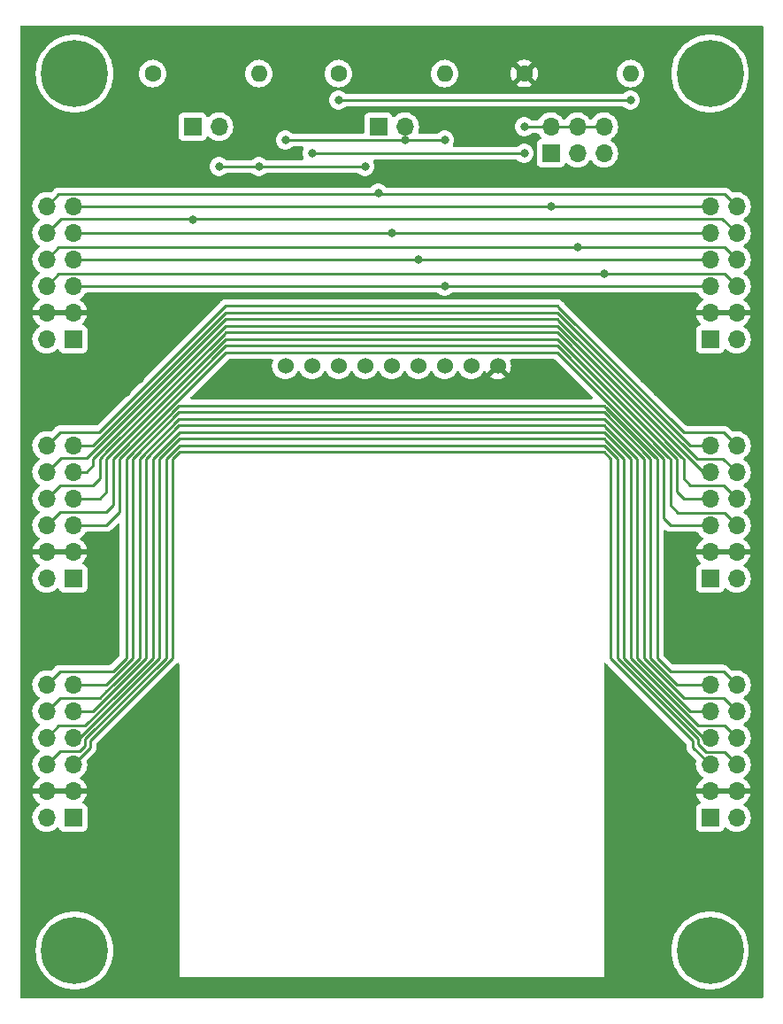
<source format=gbr>
%TF.GenerationSoftware,KiCad,Pcbnew,(6.0.1)*%
%TF.CreationDate,2022-02-05T13:29:02+01:00*%
%TF.ProjectId,modules_board,6d6f6475-6c65-4735-9f62-6f6172642e6b,rev?*%
%TF.SameCoordinates,Original*%
%TF.FileFunction,Copper,L1,Top*%
%TF.FilePolarity,Positive*%
%FSLAX46Y46*%
G04 Gerber Fmt 4.6, Leading zero omitted, Abs format (unit mm)*
G04 Created by KiCad (PCBNEW (6.0.1)) date 2022-02-05 13:29:02*
%MOMM*%
%LPD*%
G01*
G04 APERTURE LIST*
%TA.AperFunction,ComponentPad*%
%ADD10R,1.700000X1.700000*%
%TD*%
%TA.AperFunction,ComponentPad*%
%ADD11O,1.700000X1.700000*%
%TD*%
%TA.AperFunction,ComponentPad*%
%ADD12C,0.800000*%
%TD*%
%TA.AperFunction,ComponentPad*%
%ADD13C,6.400000*%
%TD*%
%TA.AperFunction,ComponentPad*%
%ADD14C,1.600000*%
%TD*%
%TA.AperFunction,ComponentPad*%
%ADD15O,1.600000X1.600000*%
%TD*%
%TA.AperFunction,ComponentPad*%
%ADD16C,1.524000*%
%TD*%
%TA.AperFunction,ViaPad*%
%ADD17C,0.800000*%
%TD*%
%TA.AperFunction,Conductor*%
%ADD18C,0.250000*%
%TD*%
G04 APERTURE END LIST*
D10*
%TO.P,J1,1,Pin_1*%
%TO.N,VCC*%
X63500000Y-119380000D03*
D11*
%TO.P,J1,2,Pin_2*%
X60960000Y-119380000D03*
%TO.P,J1,3,Pin_3*%
%TO.N,GND*%
X63500000Y-116840000D03*
%TO.P,J1,4,Pin_4*%
X60960000Y-116840000D03*
%TO.P,J1,5,Pin_5*%
%TO.N,PMOD_I2C_SDA*%
X63500000Y-114300000D03*
%TO.P,J1,6,Pin_6*%
%TO.N,PMOD_I2C_GPIO4*%
X60960000Y-114300000D03*
%TO.P,J1,7,Pin_7*%
%TO.N,PMOD_I2C_SCL*%
X63500000Y-111760000D03*
%TO.P,J1,8,Pin_8*%
%TO.N,PMOD_I2C_GPIO3*%
X60960000Y-111760000D03*
%TO.P,J1,9,Pin_9*%
%TO.N,PMOD_I2C_RESET*%
X63500000Y-109220000D03*
%TO.P,J1,10,Pin_10*%
%TO.N,PMOD_I2C_GPIO2*%
X60960000Y-109220000D03*
%TO.P,J1,11,Pin_11*%
%TO.N,PMOD_I2C_INT*%
X63500000Y-106680000D03*
%TO.P,J1,12,Pin_12*%
%TO.N,PMOD_I2C_GPIO1*%
X60960000Y-106680000D03*
%TD*%
D10*
%TO.P,J2,1,Pin_1*%
%TO.N,VCC*%
X63500000Y-96520000D03*
D11*
%TO.P,J2,2,Pin_2*%
X60960000Y-96520000D03*
%TO.P,J2,3,Pin_3*%
%TO.N,GND*%
X63500000Y-93980000D03*
%TO.P,J2,4,Pin_4*%
X60960000Y-93980000D03*
%TO.P,J2,5,Pin_5*%
%TO.N,PMOD_UART_RTS*%
X63500000Y-91440000D03*
%TO.P,J2,6,Pin_6*%
%TO.N,PMOD_UART_GPIO4*%
X60960000Y-91440000D03*
%TO.P,J2,7,Pin_7*%
%TO.N,PMOD_UART_RXD*%
X63500000Y-88900000D03*
%TO.P,J2,8,Pin_8*%
%TO.N,PMOD_UART_GPIO3*%
X60960000Y-88900000D03*
%TO.P,J2,9,Pin_9*%
%TO.N,PMOD_UART_TXD*%
X63500000Y-86360000D03*
%TO.P,J2,10,Pin_10*%
%TO.N,PMOD_UART_RESET*%
X60960000Y-86360000D03*
%TO.P,J2,11,Pin_11*%
%TO.N,PMOD_UART_CTS*%
X63500000Y-83820000D03*
%TO.P,J2,12,Pin_12*%
%TO.N,PMOD_UART_INT*%
X60960000Y-83820000D03*
%TD*%
D10*
%TO.P,J3,1,Pin_1*%
%TO.N,VCC*%
X63500000Y-73660000D03*
D11*
%TO.P,J3,2,Pin_2*%
X60960000Y-73660000D03*
%TO.P,J3,3,Pin_3*%
%TO.N,GND*%
X63500000Y-71120000D03*
%TO.P,J3,4,Pin_4*%
X60960000Y-71120000D03*
%TO.P,J3,5,Pin_5*%
%TO.N,PMOD_SPI_SCK*%
X63500000Y-68580000D03*
%TO.P,J3,6,Pin_6*%
%TO.N,PMOD_SPI_CS3*%
X60960000Y-68580000D03*
%TO.P,J3,7,Pin_7*%
%TO.N,PMOD_SPI_MISO*%
X63500000Y-66040000D03*
%TO.P,J3,8,Pin_8*%
%TO.N,PMOD_SPI_CS2*%
X60960000Y-66040000D03*
%TO.P,J3,9,Pin_9*%
%TO.N,PMOD_SPI_MOSI*%
X63500000Y-63500000D03*
%TO.P,J3,10,Pin_10*%
%TO.N,PMOD_SPI_RESET*%
X60960000Y-63500000D03*
%TO.P,J3,11,Pin_11*%
%TO.N,PMOD_SPI_CS*%
X63500000Y-60960000D03*
%TO.P,J3,12,Pin_12*%
%TO.N,PMOD_SPI_INT*%
X60960000Y-60960000D03*
%TD*%
D10*
%TO.P,J7,1,Pin_1*%
%TO.N,VCC*%
X124460000Y-119380000D03*
D11*
%TO.P,J7,2,Pin_2*%
X127000000Y-119380000D03*
%TO.P,J7,3,Pin_3*%
%TO.N,GND*%
X124460000Y-116840000D03*
%TO.P,J7,4,Pin_4*%
X127000000Y-116840000D03*
%TO.P,J7,5,Pin_5*%
%TO.N,PMOD_I2C_SDA*%
X124460000Y-114300000D03*
%TO.P,J7,6,Pin_6*%
%TO.N,PMOD_I2C_GPIO4*%
X127000000Y-114300000D03*
%TO.P,J7,7,Pin_7*%
%TO.N,PMOD_I2C_SCL*%
X124460000Y-111760000D03*
%TO.P,J7,8,Pin_8*%
%TO.N,PMOD_I2C_GPIO3*%
X127000000Y-111760000D03*
%TO.P,J7,9,Pin_9*%
%TO.N,PMOD_I2C_RESET*%
X124460000Y-109220000D03*
%TO.P,J7,10,Pin_10*%
%TO.N,PMOD_I2C_GPIO2*%
X127000000Y-109220000D03*
%TO.P,J7,11,Pin_11*%
%TO.N,PMOD_I2C_INT*%
X124460000Y-106680000D03*
%TO.P,J7,12,Pin_12*%
%TO.N,PMOD_I2C_GPIO1*%
X127000000Y-106680000D03*
%TD*%
D10*
%TO.P,J8,1,Pin_1*%
%TO.N,VCC*%
X124460000Y-96520000D03*
D11*
%TO.P,J8,2,Pin_2*%
X127000000Y-96520000D03*
%TO.P,J8,3,Pin_3*%
%TO.N,GND*%
X124460000Y-93980000D03*
%TO.P,J8,4,Pin_4*%
X127000000Y-93980000D03*
%TO.P,J8,5,Pin_5*%
%TO.N,PMOD_UART_RTS*%
X124460000Y-91440000D03*
%TO.P,J8,6,Pin_6*%
%TO.N,PMOD_UART_GPIO4*%
X127000000Y-91440000D03*
%TO.P,J8,7,Pin_7*%
%TO.N,PMOD_UART_RXD*%
X124460000Y-88900000D03*
%TO.P,J8,8,Pin_8*%
%TO.N,PMOD_UART_GPIO3*%
X127000000Y-88900000D03*
%TO.P,J8,9,Pin_9*%
%TO.N,PMOD_UART_TXD*%
X124460000Y-86360000D03*
%TO.P,J8,10,Pin_10*%
%TO.N,PMOD_UART_RESET*%
X127000000Y-86360000D03*
%TO.P,J8,11,Pin_11*%
%TO.N,PMOD_UART_CTS*%
X124460000Y-83820000D03*
%TO.P,J8,12,Pin_12*%
%TO.N,PMOD_UART_INT*%
X127000000Y-83820000D03*
%TD*%
D10*
%TO.P,J9,1,Pin_1*%
%TO.N,VCC*%
X124460000Y-73660000D03*
D11*
%TO.P,J9,2,Pin_2*%
X127000000Y-73660000D03*
%TO.P,J9,3,Pin_3*%
%TO.N,GND*%
X124460000Y-71120000D03*
%TO.P,J9,4,Pin_4*%
X127000000Y-71120000D03*
%TO.P,J9,5,Pin_5*%
%TO.N,PMOD_SPI_SCK*%
X124460000Y-68580000D03*
%TO.P,J9,6,Pin_6*%
%TO.N,PMOD_SPI_CS3*%
X127000000Y-68580000D03*
%TO.P,J9,7,Pin_7*%
%TO.N,PMOD_SPI_MISO*%
X124460000Y-66040000D03*
%TO.P,J9,8,Pin_8*%
%TO.N,PMOD_SPI_CS2*%
X127000000Y-66040000D03*
%TO.P,J9,9,Pin_9*%
%TO.N,PMOD_SPI_MOSI*%
X124460000Y-63500000D03*
%TO.P,J9,10,Pin_10*%
%TO.N,PMOD_SPI_RESET*%
X127000000Y-63500000D03*
%TO.P,J9,11,Pin_11*%
%TO.N,PMOD_SPI_CS*%
X124460000Y-60960000D03*
%TO.P,J9,12,Pin_12*%
%TO.N,PMOD_SPI_INT*%
X127000000Y-60960000D03*
%TD*%
D12*
%TO.P,H1,1*%
%TO.N,N/C*%
X66040000Y-48260000D03*
X61942944Y-49957056D03*
X63640000Y-45860000D03*
X65337056Y-46562944D03*
X63640000Y-50660000D03*
X61240000Y-48260000D03*
X65337056Y-49957056D03*
D13*
X63640000Y-48260000D03*
D12*
X61942944Y-46562944D03*
%TD*%
D13*
%TO.P,H2,1*%
%TO.N,N/C*%
X63640000Y-132080000D03*
D12*
X63640000Y-134480000D03*
X66040000Y-132080000D03*
X65337056Y-133777056D03*
X61240000Y-132080000D03*
X61942944Y-130382944D03*
X65337056Y-130382944D03*
X63640000Y-129680000D03*
X61942944Y-133777056D03*
%TD*%
%TO.P,H3,1*%
%TO.N,N/C*%
X126860000Y-48260000D03*
D13*
X124460000Y-48260000D03*
D12*
X124460000Y-45860000D03*
X122060000Y-48260000D03*
X126157056Y-46562944D03*
X124460000Y-50660000D03*
X122762944Y-49957056D03*
X122762944Y-46562944D03*
X126157056Y-49957056D03*
%TD*%
%TO.P,H4,1*%
%TO.N,N/C*%
X122762944Y-133777056D03*
X122060000Y-132080000D03*
X122762944Y-130382944D03*
X126157056Y-130382944D03*
X126860000Y-132080000D03*
X124460000Y-134480000D03*
D13*
X124460000Y-132080000D03*
D12*
X126157056Y-133777056D03*
X124460000Y-129680000D03*
%TD*%
D14*
%TO.P,R2,1*%
%TO.N,VCC*%
X88900000Y-48260000D03*
D15*
%TO.P,R2,2*%
%TO.N,INT*%
X99060000Y-48260000D03*
%TD*%
D14*
%TO.P,R1,1*%
%TO.N,VCC*%
X71120000Y-48260000D03*
D15*
%TO.P,R1,2*%
%TO.N,RESET*%
X81280000Y-48260000D03*
%TD*%
D14*
%TO.P,R3,1*%
%TO.N,GND*%
X106680000Y-48260000D03*
D15*
%TO.P,R3,2*%
%TO.N,STB*%
X116840000Y-48260000D03*
%TD*%
D10*
%TO.P,J6,1,Pin_1*%
%TO.N,PMOD_SPI_INT*%
X92710000Y-53340000D03*
D11*
%TO.P,J6,2,Pin_2*%
%TO.N,INT*%
X95250000Y-53340000D03*
%TD*%
D16*
%TO.P,U1,1,INT*%
%TO.N,INT*%
X83820000Y-76200000D03*
%TO.P,U1,2,~{CS}*%
%TO.N,CS*%
X86360000Y-76200000D03*
%TO.P,U1,3,STB*%
%TO.N,STB*%
X88900000Y-76200000D03*
%TO.P,U1,4,~{RST}*%
%TO.N,RESET*%
X91440000Y-76200000D03*
%TO.P,U1,5,MOSI*%
%TO.N,PMOD_SPI_MOSI*%
X93980000Y-76200000D03*
%TO.P,U1,6,MISO*%
%TO.N,PMOD_SPI_MISO*%
X96520000Y-76200000D03*
%TO.P,U1,7,SCK*%
%TO.N,PMOD_SPI_SCK*%
X99060000Y-76200000D03*
%TO.P,U1,8,VCC*%
%TO.N,VCC*%
X101600000Y-76200000D03*
%TO.P,U1,9,GND*%
%TO.N,GND*%
X104140000Y-76200000D03*
%TD*%
D10*
%TO.P,J4,1,Pin_1*%
%TO.N,PMOD_SPI_CS*%
X109220000Y-55880000D03*
D11*
%TO.P,J4,2,Pin_2*%
%TO.N,CS*%
X109220000Y-53340000D03*
%TO.P,J4,3,Pin_3*%
%TO.N,PMOD_SPI_CS2*%
X111760000Y-55880000D03*
%TO.P,J4,4,Pin_4*%
%TO.N,CS*%
X111760000Y-53340000D03*
%TO.P,J4,5,Pin_5*%
%TO.N,PMOD_SPI_CS3*%
X114300000Y-55880000D03*
%TO.P,J4,6,Pin_6*%
%TO.N,CS*%
X114300000Y-53340000D03*
%TD*%
D10*
%TO.P,J5,1,Pin_1*%
%TO.N,PMOD_SPI_RESET*%
X74930000Y-53340000D03*
D11*
%TO.P,J5,2,Pin_2*%
%TO.N,RESET*%
X77470000Y-53340000D03*
%TD*%
D17*
%TO.N,GND*%
X111760000Y-78740000D03*
X76200000Y-78740000D03*
X68580000Y-78740000D03*
X110490000Y-77470000D03*
X77470000Y-77470000D03*
X119380000Y-78740000D03*
X69850000Y-77470000D03*
X118110000Y-77470000D03*
%TO.N,PMOD_SPI_INT*%
X92710000Y-59690000D03*
%TO.N,PMOD_SPI_CS*%
X109220000Y-60960000D03*
%TO.N,PMOD_SPI_RESET*%
X74930000Y-62230000D03*
%TO.N,PMOD_SPI_MOSI*%
X93980000Y-63500000D03*
%TO.N,PMOD_SPI_CS2*%
X111760000Y-64865489D03*
%TO.N,PMOD_SPI_MISO*%
X96520000Y-66040000D03*
%TO.N,PMOD_SPI_CS3*%
X114300000Y-67405489D03*
%TO.N,PMOD_SPI_SCK*%
X99060000Y-68580000D03*
%TO.N,CS*%
X106680000Y-55880000D03*
X106680000Y-53340000D03*
X86360000Y-55880000D03*
%TO.N,RESET*%
X77470000Y-57150000D03*
X91440000Y-57150000D03*
X81280000Y-57150000D03*
%TO.N,INT*%
X99060000Y-54610000D03*
X83820000Y-54610000D03*
X95250000Y-54610000D03*
%TO.N,STB*%
X116840000Y-50800000D03*
X88900000Y-50800000D03*
%TD*%
D18*
%TO.N,PMOD_UART_INT*%
X125730000Y-82550000D02*
X127000000Y-83820000D01*
X78083850Y-70485000D02*
X109855000Y-70485000D01*
X109855000Y-70485000D02*
X110039990Y-70669990D01*
X62240575Y-82539425D02*
X66029425Y-82539425D01*
X60960000Y-83820000D02*
X62240575Y-82539425D01*
X66029425Y-82539425D02*
X78083850Y-70485000D01*
X121941150Y-82550000D02*
X125730000Y-82550000D01*
X110039990Y-70669990D02*
X110061141Y-70669991D01*
X110061141Y-70669991D02*
X121941150Y-82550000D01*
%TO.N,PMOD_UART_CTS*%
X77920009Y-71304991D02*
X77900269Y-71304991D01*
X109874740Y-71120000D02*
X78105000Y-71120000D01*
X122574740Y-83820000D02*
X109874740Y-71120000D01*
X65385260Y-83820000D02*
X63500000Y-83820000D01*
X77900269Y-71304991D02*
X65385260Y-83820000D01*
X78105000Y-71120000D02*
X77920009Y-71304991D01*
X124460000Y-83820000D02*
X122574740Y-83820000D01*
%TO.N,PMOD_UART_RESET*%
X110039990Y-71939990D02*
X110058321Y-71939991D01*
X64846669Y-84995001D02*
X78086670Y-71755000D01*
X125720835Y-85080835D02*
X127000000Y-86360000D01*
X78086670Y-71755000D02*
X109855000Y-71755000D01*
X60960000Y-86360000D02*
X62324999Y-84995001D01*
X62324999Y-84995001D02*
X64846669Y-84995001D01*
X110058321Y-71939991D02*
X123199165Y-85080835D01*
X109855000Y-71755000D02*
X110039990Y-71939990D01*
X123199165Y-85080835D02*
X125720835Y-85080835D01*
%TO.N,PMOD_UART_TXD*%
X65405000Y-85073080D02*
X78088080Y-72390000D01*
X123841920Y-86360000D02*
X124460000Y-86360000D01*
X78088080Y-72390000D02*
X109871920Y-72390000D01*
X65405000Y-85725000D02*
X65405000Y-85073080D01*
X109871920Y-72390000D02*
X123841920Y-86360000D01*
X63500000Y-86360000D02*
X64770000Y-86360000D01*
X64770000Y-86360000D02*
X65405000Y-85725000D01*
%TO.N,PMOD_UART_GPIO3*%
X122555000Y-87630000D02*
X121920000Y-86995000D01*
X77904499Y-73209991D02*
X77920009Y-73209991D01*
X66040000Y-85074490D02*
X66224991Y-84889499D01*
X77920009Y-73209991D02*
X78105000Y-73025000D01*
X121920000Y-86995000D02*
X121920000Y-85090000D01*
X121920000Y-85090000D02*
X121735010Y-84905010D01*
X66224991Y-84889499D02*
X66667245Y-84447245D01*
X78105000Y-73025000D02*
X80010000Y-73025000D01*
X125730000Y-87630000D02*
X122555000Y-87630000D01*
X66667245Y-84447245D02*
X77904499Y-73209991D01*
X80010000Y-73025000D02*
X80645000Y-73025000D01*
X127000000Y-88900000D02*
X125730000Y-87630000D01*
X121735009Y-84889499D02*
X109870510Y-73025000D01*
X66040000Y-86995000D02*
X66040000Y-85074490D01*
X109870510Y-73025000D02*
X80010000Y-73025000D01*
X65405000Y-87630000D02*
X66040000Y-86995000D01*
X121735010Y-84905010D02*
X121735009Y-84889499D01*
X60960000Y-88900000D02*
X62230000Y-87630000D01*
X62230000Y-87630000D02*
X65405000Y-87630000D01*
%TO.N,PMOD_UART_RXD*%
X66675000Y-88265000D02*
X66675000Y-85075900D01*
X66675000Y-85075900D02*
X78090900Y-73660000D01*
X66040000Y-88900000D02*
X66675000Y-88265000D01*
X121285000Y-85075900D02*
X121285000Y-88265000D01*
X109855000Y-73660000D02*
X110039990Y-73844990D01*
X121920000Y-88900000D02*
X124460000Y-88900000D01*
X78090900Y-73660000D02*
X109855000Y-73660000D01*
X63500000Y-88900000D02*
X66040000Y-88900000D01*
X121285000Y-88265000D02*
X121920000Y-88900000D01*
X110054091Y-73844991D02*
X121285000Y-85075900D01*
X110039990Y-73844990D02*
X110054091Y-73844991D01*
%TO.N,PMOD_UART_GPIO4*%
X120465010Y-84905010D02*
X120465009Y-84892319D01*
X67494991Y-84892319D02*
X67494990Y-84905010D01*
X62230000Y-90170000D02*
X60960000Y-91440000D01*
X78092310Y-74295000D02*
X67494991Y-84892319D01*
X120650000Y-85090000D02*
X120465010Y-84905010D01*
X120650000Y-89535000D02*
X120650000Y-85090000D01*
X121379999Y-90264999D02*
X120650000Y-89535000D01*
X66675000Y-90170000D02*
X62230000Y-90170000D01*
X120465009Y-84892319D02*
X109867690Y-74295000D01*
X67310000Y-85090000D02*
X67310000Y-89535000D01*
X109867690Y-74295000D02*
X78092310Y-74295000D01*
X67494990Y-84905010D02*
X67310000Y-85090000D01*
X125824999Y-90264999D02*
X121379999Y-90264999D01*
X127000000Y-91440000D02*
X125824999Y-90264999D01*
X67310000Y-89535000D02*
X66675000Y-90170000D01*
%TO.N,PMOD_UART_RTS*%
X109866280Y-74930000D02*
X120015000Y-85078720D01*
X80645000Y-74930000D02*
X80010000Y-74930000D01*
X80645000Y-74930000D02*
X109866280Y-74930000D01*
X66675000Y-91440000D02*
X67945000Y-90170000D01*
X120015000Y-85078720D02*
X120015000Y-90805000D01*
X78093720Y-74930000D02*
X80645000Y-74930000D01*
X67945000Y-85078720D02*
X78093720Y-74930000D01*
X120650000Y-91440000D02*
X124460000Y-91440000D01*
X120015000Y-90805000D02*
X120650000Y-91440000D01*
X63500000Y-91440000D02*
X66675000Y-91440000D01*
X67945000Y-90170000D02*
X67945000Y-85078720D01*
%TO.N,PMOD_SPI_INT*%
X60960000Y-60960000D02*
X62134511Y-59785489D01*
X125825489Y-59785489D02*
X127000000Y-60960000D01*
X62134511Y-59785489D02*
X125825489Y-59785489D01*
%TO.N,PMOD_SPI_CS*%
X63500000Y-60960000D02*
X80010000Y-60960000D01*
X109220000Y-60960000D02*
X124460000Y-60960000D01*
X80010000Y-60960000D02*
X109220000Y-60960000D01*
%TO.N,PMOD_SPI_RESET*%
X108045489Y-62134511D02*
X125634511Y-62134511D01*
X125634511Y-62134511D02*
X127000000Y-63500000D01*
X60960000Y-63500000D02*
X62325489Y-62134511D01*
X62325489Y-62134511D02*
X108045489Y-62134511D01*
%TO.N,PMOD_SPI_MOSI*%
X99060000Y-63500000D02*
X124460000Y-63500000D01*
X63500000Y-63500000D02*
X99060000Y-63500000D01*
%TO.N,PMOD_SPI_CS2*%
X77565489Y-64865489D02*
X62134511Y-64865489D01*
X111664511Y-64865489D02*
X77565489Y-64865489D01*
X62134511Y-64865489D02*
X60960000Y-66040000D01*
X111855489Y-64865489D02*
X111664511Y-64865489D01*
X125825489Y-64865489D02*
X111855489Y-64865489D01*
X127000000Y-66040000D02*
X125825489Y-64865489D01*
%TO.N,PMOD_SPI_MISO*%
X96520000Y-66040000D02*
X124460000Y-66040000D01*
X63500000Y-66040000D02*
X96520000Y-66040000D01*
%TO.N,PMOD_SPI_CS3*%
X125825489Y-67405489D02*
X127000000Y-68580000D01*
X62134511Y-67405489D02*
X114204511Y-67405489D01*
X114204511Y-67405489D02*
X125825489Y-67405489D01*
X60960000Y-68580000D02*
X62134511Y-67405489D01*
%TO.N,PMOD_SPI_SCK*%
X99060000Y-68580000D02*
X124460000Y-68580000D01*
X63500000Y-68580000D02*
X99060000Y-68580000D01*
%TO.N,PMOD_I2C_GPIO1*%
X68580000Y-104137180D02*
X68580000Y-85080130D01*
X60960000Y-106680000D02*
X62230000Y-105410000D01*
X119195715Y-84895845D02*
X114622435Y-80322565D01*
X114622435Y-80322565D02*
X114494860Y-80194990D01*
X67307180Y-105410000D02*
X68580000Y-104137180D01*
X120651410Y-105408590D02*
X119380000Y-104137180D01*
X119380000Y-104137180D02*
X119380000Y-102870000D01*
X119380000Y-85090000D02*
X119380000Y-85080130D01*
X119380000Y-102870000D02*
X119380000Y-85090000D01*
X73650130Y-80010000D02*
X114309870Y-80010000D01*
X114309870Y-80010000D02*
X114622435Y-80322565D01*
X125728590Y-105408590D02*
X120651410Y-105408590D01*
X127000000Y-106680000D02*
X125728590Y-105408590D01*
X68580000Y-85080130D02*
X73650130Y-80010000D01*
X62230000Y-105410000D02*
X67307180Y-105410000D01*
X119380000Y-85080130D02*
X114494860Y-80194990D01*
%TO.N,PMOD_I2C_INT*%
X69399991Y-84896549D02*
X69399990Y-84905010D01*
X69399990Y-84905010D02*
X69215000Y-85090000D01*
X118560009Y-84896549D02*
X114308460Y-80645000D01*
X118745705Y-104139295D02*
X118745705Y-85090705D01*
X67308590Y-106045000D02*
X67307180Y-106045000D01*
X69215000Y-85090000D02*
X69215000Y-104138590D01*
X66672180Y-106680000D02*
X63500000Y-106680000D01*
X118745705Y-104139295D02*
X118745000Y-104138590D01*
X69215000Y-104138590D02*
X67308590Y-106045000D01*
X114308460Y-80645000D02*
X73651540Y-80645000D01*
X124460000Y-106680000D02*
X121286410Y-106680000D01*
X67307180Y-106045000D02*
X66672180Y-106680000D01*
X121286410Y-106680000D02*
X118745705Y-104139295D01*
X118560010Y-84905010D02*
X118560009Y-84896549D01*
X118745705Y-85090705D02*
X118560010Y-84905010D01*
X73651540Y-80645000D02*
X69399991Y-84896549D01*
%TO.N,PMOD_I2C_GPIO2*%
X114307050Y-81280000D02*
X118110000Y-85082950D01*
X67310001Y-106679999D02*
X69850000Y-104140000D01*
X118110000Y-104140000D02*
X118110000Y-102870000D01*
X121920000Y-107950000D02*
X118110000Y-104140000D01*
X125730000Y-107950000D02*
X121920000Y-107950000D01*
X66039295Y-107949295D02*
X66674295Y-107314295D01*
X74295000Y-81280000D02*
X114300000Y-81280000D01*
X69850000Y-104140000D02*
X69850000Y-86360000D01*
X62230705Y-107949295D02*
X66039295Y-107949295D01*
X67308591Y-106679999D02*
X67310001Y-106679999D01*
X69850000Y-85090000D02*
X69850000Y-85082950D01*
X66674295Y-107314295D02*
X67308591Y-106679999D01*
X114300000Y-81280000D02*
X114307050Y-81280000D01*
X73652950Y-81280000D02*
X74295000Y-81280000D01*
X118110000Y-85082950D02*
X118110000Y-103505000D01*
X69850000Y-86360000D02*
X69850000Y-85090000D01*
X69850000Y-85082950D02*
X73652950Y-81280000D01*
X60960000Y-109220000D02*
X62230705Y-107949295D01*
X127000000Y-109220000D02*
X125730000Y-107950000D01*
%TO.N,PMOD_I2C_RESET*%
X67499221Y-107130009D02*
X67494991Y-107130009D01*
X114300000Y-81915000D02*
X73654360Y-81915000D01*
X73654360Y-81915000D02*
X70485000Y-85084360D01*
X67494991Y-107130009D02*
X65405000Y-109220000D01*
X117475000Y-85084360D02*
X114490631Y-82099991D01*
X117475000Y-104141410D02*
X117475000Y-85084360D01*
X70485000Y-104140000D02*
X70300010Y-104324990D01*
X70300009Y-104329221D02*
X67499221Y-107130009D01*
X122553590Y-109220000D02*
X117475000Y-104141410D01*
X70485000Y-85084360D02*
X70485000Y-104140000D01*
X65405000Y-109220000D02*
X63500000Y-109220000D01*
X124460000Y-109220000D02*
X122553590Y-109220000D01*
X70300010Y-104324990D02*
X70300009Y-104329221D01*
X114484990Y-82099990D02*
X114300000Y-81915000D01*
X114490631Y-82099991D02*
X114484990Y-82099990D01*
%TO.N,PMOD_I2C_GPIO3*%
X64676411Y-110584999D02*
X67681392Y-107580018D01*
X125824999Y-110584999D02*
X127000000Y-111760000D01*
X71120000Y-85090000D02*
X71304990Y-84905010D01*
X67681392Y-107580018D02*
X67685622Y-107580018D01*
X73655770Y-82550000D02*
X114304230Y-82550000D01*
X67685622Y-107580018D02*
X71120000Y-104145640D01*
X71120000Y-104145640D02*
X71120000Y-85090000D01*
X123282179Y-110584999D02*
X125824999Y-110584999D01*
X71304991Y-84900779D02*
X73655770Y-82550000D01*
X116840000Y-85085770D02*
X116840000Y-104142820D01*
X62135001Y-110584999D02*
X64676411Y-110584999D01*
X114304230Y-82550000D02*
X116840000Y-85085770D01*
X116840000Y-104142820D02*
X123282179Y-110584999D01*
X71304990Y-84905010D02*
X71304991Y-84900779D01*
X60960000Y-111760000D02*
X62135001Y-110584999D01*
%TO.N,PMOD_I2C_SCL*%
X116205000Y-85087180D02*
X114487811Y-83369991D01*
X71755000Y-104140000D02*
X71570010Y-104324990D01*
X71755000Y-85087180D02*
X71755000Y-104140000D01*
X73657180Y-83185000D02*
X71755000Y-85087180D01*
X114484990Y-83369990D02*
X114300000Y-83185000D01*
X71570010Y-104324990D02*
X71570009Y-104332041D01*
X124460000Y-111760000D02*
X123820770Y-111760000D01*
X116205000Y-104140000D02*
X116205000Y-85087180D01*
X123820770Y-111760000D02*
X116389991Y-104329221D01*
X116389990Y-104324990D02*
X116205000Y-104140000D01*
X71570009Y-104332041D02*
X64142050Y-111760000D01*
X64142050Y-111760000D02*
X63500000Y-111760000D01*
X114300000Y-83185000D02*
X73657180Y-83185000D01*
X116389991Y-104329221D02*
X116389990Y-104324990D01*
X114487811Y-83369991D02*
X114484990Y-83369990D01*
%TO.N,PMOD_I2C_GPIO4*%
X72574990Y-84905010D02*
X72390000Y-85090000D01*
X64140640Y-113024360D02*
X64140640Y-113030000D01*
X114301410Y-83820000D02*
X73658590Y-83820000D01*
X115570000Y-85088590D02*
X114301410Y-83820000D01*
X124085997Y-113124999D02*
X123284999Y-112324001D01*
X115570000Y-104145640D02*
X115570000Y-85088590D01*
X72574991Y-84903599D02*
X72574990Y-84905010D01*
X72390000Y-85090000D02*
X72390000Y-104148460D01*
X64675001Y-111863459D02*
X64675001Y-112489999D01*
X64675001Y-112489999D02*
X64140640Y-113024360D01*
X127000000Y-114300000D02*
X125824999Y-113124999D01*
X123284999Y-112324001D02*
X123284999Y-111860639D01*
X73658590Y-83820000D02*
X72574991Y-84903599D01*
X125824999Y-113124999D02*
X124085997Y-113124999D01*
X72390000Y-104148460D02*
X64675001Y-111863459D01*
X123284999Y-111860639D02*
X115570000Y-104145640D01*
X62230000Y-113030000D02*
X60960000Y-114300000D01*
X64140640Y-113030000D02*
X62230000Y-113030000D01*
%TO.N,PMOD_I2C_SDA*%
X72840009Y-104334861D02*
X65125011Y-112049859D01*
X114935000Y-85090000D02*
X114935000Y-104140000D01*
X115119991Y-104332041D02*
X122834989Y-112047039D01*
X65125011Y-112049859D02*
X65125011Y-112682039D01*
X114935000Y-104140000D02*
X115119990Y-104324990D01*
X73660000Y-84455000D02*
X74930000Y-84455000D01*
X74930000Y-84455000D02*
X75565000Y-84455000D01*
X65125011Y-112682039D02*
X63507050Y-114300000D01*
X122834989Y-112674989D02*
X124460000Y-114300000D01*
X74930000Y-84455000D02*
X114300000Y-84455000D01*
X72840010Y-104324990D02*
X72840009Y-104334861D01*
X73025000Y-85265364D02*
X73025000Y-85090000D01*
X73025000Y-85090000D02*
X73660000Y-84455000D01*
X115119990Y-104324990D02*
X115119991Y-104332041D01*
X114300000Y-84455000D02*
X114935000Y-85090000D01*
X73025000Y-85090000D02*
X73025000Y-104140000D01*
X122834989Y-112047039D02*
X122834989Y-112674989D01*
X73025000Y-104140000D02*
X72840010Y-104324990D01*
X63507050Y-114300000D02*
X63500000Y-114300000D01*
%TO.N,CS*%
X106680000Y-53340000D02*
X114300000Y-53340000D01*
X86360000Y-55880000D02*
X106680000Y-55880000D01*
%TO.N,RESET*%
X91440000Y-57150000D02*
X77470000Y-57150000D01*
%TO.N,INT*%
X83820000Y-54610000D02*
X95250000Y-54610000D01*
X99060000Y-54610000D02*
X95250000Y-54610000D01*
%TO.N,STB*%
X88900000Y-50800000D02*
X116840000Y-50800000D01*
%TD*%
%TA.AperFunction,Conductor*%
%TO.N,GND*%
G36*
X129482121Y-43708002D02*
G01*
X129528614Y-43761658D01*
X129540000Y-43814000D01*
X129540000Y-136526000D01*
X129519998Y-136594121D01*
X129466342Y-136640614D01*
X129414000Y-136652000D01*
X58546000Y-136652000D01*
X58477879Y-136631998D01*
X58431386Y-136578342D01*
X58420000Y-136526000D01*
X58420000Y-132080000D01*
X59926411Y-132080000D01*
X59946754Y-132468176D01*
X60007562Y-132852099D01*
X60108167Y-133227562D01*
X60247468Y-133590453D01*
X60423938Y-133936794D01*
X60635643Y-134262793D01*
X60880266Y-134564876D01*
X61155124Y-134839734D01*
X61457207Y-135084357D01*
X61783205Y-135296062D01*
X61786139Y-135297557D01*
X61786146Y-135297561D01*
X62126607Y-135471034D01*
X62129547Y-135472532D01*
X62492438Y-135611833D01*
X62867901Y-135712438D01*
X63071793Y-135744732D01*
X63248576Y-135772732D01*
X63248584Y-135772733D01*
X63251824Y-135773246D01*
X63640000Y-135793589D01*
X64028176Y-135773246D01*
X64031416Y-135772733D01*
X64031424Y-135772732D01*
X64208207Y-135744732D01*
X64412099Y-135712438D01*
X64787562Y-135611833D01*
X65150453Y-135472532D01*
X65153393Y-135471034D01*
X65493854Y-135297561D01*
X65493861Y-135297557D01*
X65496795Y-135296062D01*
X65822793Y-135084357D01*
X66124876Y-134839734D01*
X66399734Y-134564876D01*
X66644357Y-134262793D01*
X66856062Y-133936794D01*
X67032532Y-133590453D01*
X67171833Y-133227562D01*
X67272438Y-132852099D01*
X67333246Y-132468176D01*
X67353589Y-132080000D01*
X67333246Y-131691824D01*
X67272438Y-131307901D01*
X67171833Y-130932438D01*
X67032532Y-130569547D01*
X66856062Y-130223206D01*
X66644357Y-129897207D01*
X66399734Y-129595124D01*
X66124876Y-129320266D01*
X65822793Y-129075643D01*
X65496795Y-128863938D01*
X65493861Y-128862443D01*
X65493854Y-128862439D01*
X65153393Y-128688966D01*
X65150453Y-128687468D01*
X64787562Y-128548167D01*
X64412099Y-128447562D01*
X64208207Y-128415268D01*
X64031424Y-128387268D01*
X64031416Y-128387267D01*
X64028176Y-128386754D01*
X63640000Y-128366411D01*
X63251824Y-128386754D01*
X63248584Y-128387267D01*
X63248576Y-128387268D01*
X63071793Y-128415268D01*
X62867901Y-128447562D01*
X62492438Y-128548167D01*
X62129547Y-128687468D01*
X62126607Y-128688966D01*
X61786147Y-128862439D01*
X61786140Y-128862443D01*
X61783206Y-128863938D01*
X61457207Y-129075643D01*
X61155124Y-129320266D01*
X60880266Y-129595124D01*
X60635643Y-129897207D01*
X60423938Y-130223206D01*
X60247468Y-130569547D01*
X60108167Y-130932438D01*
X60007562Y-131307901D01*
X59946754Y-131691824D01*
X59926411Y-132080000D01*
X58420000Y-132080000D01*
X58420000Y-119346695D01*
X59597251Y-119346695D01*
X59597548Y-119351848D01*
X59597548Y-119351851D01*
X59603011Y-119446590D01*
X59610110Y-119569715D01*
X59611247Y-119574761D01*
X59611248Y-119574767D01*
X59631119Y-119662939D01*
X59659222Y-119787639D01*
X59743266Y-119994616D01*
X59859987Y-120185088D01*
X60006250Y-120353938D01*
X60178126Y-120496632D01*
X60371000Y-120609338D01*
X60579692Y-120689030D01*
X60584760Y-120690061D01*
X60584763Y-120690062D01*
X60692017Y-120711883D01*
X60798597Y-120733567D01*
X60803772Y-120733757D01*
X60803774Y-120733757D01*
X61016673Y-120741564D01*
X61016677Y-120741564D01*
X61021837Y-120741753D01*
X61026957Y-120741097D01*
X61026959Y-120741097D01*
X61238288Y-120714025D01*
X61238289Y-120714025D01*
X61243416Y-120713368D01*
X61248366Y-120711883D01*
X61452429Y-120650661D01*
X61452434Y-120650659D01*
X61457384Y-120649174D01*
X61657994Y-120550896D01*
X61839860Y-120421173D01*
X61948091Y-120313319D01*
X62010462Y-120279404D01*
X62081268Y-120284592D01*
X62138030Y-120327238D01*
X62155012Y-120358341D01*
X62177201Y-120417529D01*
X62199385Y-120476705D01*
X62286739Y-120593261D01*
X62403295Y-120680615D01*
X62539684Y-120731745D01*
X62601866Y-120738500D01*
X64398134Y-120738500D01*
X64460316Y-120731745D01*
X64596705Y-120680615D01*
X64713261Y-120593261D01*
X64800615Y-120476705D01*
X64851745Y-120340316D01*
X64858500Y-120278134D01*
X64858500Y-118481866D01*
X64851745Y-118419684D01*
X64800615Y-118283295D01*
X64713261Y-118166739D01*
X64596705Y-118079385D01*
X64477687Y-118034767D01*
X64420923Y-117992125D01*
X64396223Y-117925564D01*
X64411430Y-117856215D01*
X64432977Y-117827535D01*
X64534052Y-117726812D01*
X64540730Y-117718965D01*
X64665003Y-117546020D01*
X64670313Y-117537183D01*
X64764670Y-117346267D01*
X64768469Y-117336672D01*
X64830377Y-117132910D01*
X64832555Y-117122837D01*
X64833986Y-117111962D01*
X64831775Y-117097778D01*
X64818617Y-117094000D01*
X59643225Y-117094000D01*
X59629694Y-117097973D01*
X59628257Y-117107966D01*
X59658565Y-117242446D01*
X59661645Y-117252275D01*
X59741770Y-117449603D01*
X59746413Y-117458794D01*
X59857694Y-117640388D01*
X59863777Y-117648699D01*
X60003213Y-117809667D01*
X60010580Y-117816883D01*
X60174434Y-117952916D01*
X60182881Y-117958831D01*
X60251969Y-117999203D01*
X60300693Y-118050842D01*
X60313764Y-118120625D01*
X60287033Y-118186396D01*
X60246584Y-118219752D01*
X60233607Y-118226507D01*
X60229474Y-118229610D01*
X60229471Y-118229612D01*
X60059100Y-118357530D01*
X60054965Y-118360635D01*
X60015525Y-118401907D01*
X59943729Y-118477037D01*
X59900629Y-118522138D01*
X59774743Y-118706680D01*
X59680688Y-118909305D01*
X59620989Y-119124570D01*
X59597251Y-119346695D01*
X58420000Y-119346695D01*
X58420000Y-114266695D01*
X59597251Y-114266695D01*
X59597548Y-114271848D01*
X59597548Y-114271851D01*
X59603011Y-114366590D01*
X59610110Y-114489715D01*
X59611247Y-114494761D01*
X59611248Y-114494767D01*
X59631119Y-114582939D01*
X59659222Y-114707639D01*
X59743266Y-114914616D01*
X59794019Y-114997438D01*
X59857291Y-115100688D01*
X59859987Y-115105088D01*
X60006250Y-115273938D01*
X60178126Y-115416632D01*
X60251955Y-115459774D01*
X60300679Y-115511412D01*
X60313750Y-115581195D01*
X60287019Y-115646967D01*
X60246562Y-115680327D01*
X60238457Y-115684546D01*
X60229738Y-115690036D01*
X60059433Y-115817905D01*
X60051726Y-115824748D01*
X59904590Y-115978717D01*
X59898104Y-115986727D01*
X59778098Y-116162649D01*
X59773000Y-116171623D01*
X59683338Y-116364783D01*
X59679775Y-116374470D01*
X59624389Y-116574183D01*
X59625912Y-116582607D01*
X59638292Y-116586000D01*
X64818344Y-116586000D01*
X64831875Y-116582027D01*
X64833180Y-116572947D01*
X64791214Y-116405875D01*
X64787894Y-116396124D01*
X64702972Y-116200814D01*
X64698105Y-116191739D01*
X64582426Y-116012926D01*
X64576136Y-116004757D01*
X64432806Y-115847240D01*
X64425273Y-115840215D01*
X64258139Y-115708222D01*
X64249556Y-115702520D01*
X64212602Y-115682120D01*
X64162631Y-115631687D01*
X64147859Y-115562245D01*
X64172975Y-115495839D01*
X64200327Y-115469232D01*
X64223797Y-115452491D01*
X64379860Y-115341173D01*
X64538096Y-115183489D01*
X64597594Y-115100689D01*
X64665435Y-115006277D01*
X64668453Y-115002077D01*
X64689320Y-114959857D01*
X64765136Y-114806453D01*
X64765137Y-114806451D01*
X64767430Y-114801811D01*
X64832370Y-114588069D01*
X64861529Y-114366590D01*
X64863156Y-114300000D01*
X64844852Y-114077361D01*
X64818236Y-113971400D01*
X64821040Y-113900459D01*
X64851345Y-113851609D01*
X65517258Y-113185696D01*
X65525548Y-113178152D01*
X65532029Y-113174039D01*
X65578670Y-113124371D01*
X65581424Y-113121530D01*
X65601145Y-113101809D01*
X65603623Y-113098614D01*
X65611329Y-113089592D01*
X65636169Y-113063140D01*
X65641597Y-113057360D01*
X65651357Y-113039607D01*
X65662210Y-113023084D01*
X65669764Y-113013345D01*
X65674624Y-113007080D01*
X65692187Y-112966496D01*
X65697394Y-112955866D01*
X65718706Y-112917099D01*
X65720677Y-112909422D01*
X65720679Y-112909417D01*
X65723743Y-112897481D01*
X65730149Y-112878769D01*
X65735045Y-112867456D01*
X65738192Y-112860184D01*
X65741206Y-112841159D01*
X65745108Y-112816520D01*
X65747515Y-112804899D01*
X65756539Y-112769750D01*
X65756539Y-112769749D01*
X65758511Y-112762069D01*
X65758511Y-112741808D01*
X65760062Y-112722097D01*
X65760588Y-112718780D01*
X65763230Y-112702096D01*
X65759070Y-112658085D01*
X65758511Y-112646228D01*
X65758511Y-112364453D01*
X65778513Y-112296332D01*
X65795416Y-112275358D01*
X69499283Y-108571492D01*
X73232269Y-104838506D01*
X73240519Y-104831000D01*
X73246977Y-104826902D01*
X73293636Y-104777225D01*
X73296382Y-104774393D01*
X73316144Y-104754631D01*
X73318611Y-104751451D01*
X73326307Y-104742442D01*
X73356557Y-104710234D01*
X73360379Y-104703284D01*
X73361891Y-104701203D01*
X73374725Y-104686179D01*
X73417247Y-104643657D01*
X73425537Y-104636113D01*
X73432018Y-104632000D01*
X73442149Y-104621211D01*
X73503360Y-104585245D01*
X73574300Y-104588082D01*
X73632445Y-104628821D01*
X73659334Y-104694528D01*
X73660000Y-104707463D01*
X73660000Y-134620000D01*
X114300000Y-134620000D01*
X114300000Y-132080000D01*
X120746411Y-132080000D01*
X120766754Y-132468176D01*
X120827562Y-132852099D01*
X120928167Y-133227562D01*
X121067468Y-133590453D01*
X121243938Y-133936794D01*
X121455643Y-134262793D01*
X121700266Y-134564876D01*
X121975124Y-134839734D01*
X122277207Y-135084357D01*
X122603205Y-135296062D01*
X122606139Y-135297557D01*
X122606146Y-135297561D01*
X122946607Y-135471034D01*
X122949547Y-135472532D01*
X123312438Y-135611833D01*
X123687901Y-135712438D01*
X123891793Y-135744732D01*
X124068576Y-135772732D01*
X124068584Y-135772733D01*
X124071824Y-135773246D01*
X124460000Y-135793589D01*
X124848176Y-135773246D01*
X124851416Y-135772733D01*
X124851424Y-135772732D01*
X125028207Y-135744732D01*
X125232099Y-135712438D01*
X125607562Y-135611833D01*
X125970453Y-135472532D01*
X125973393Y-135471034D01*
X126313854Y-135297561D01*
X126313861Y-135297557D01*
X126316795Y-135296062D01*
X126642793Y-135084357D01*
X126944876Y-134839734D01*
X127219734Y-134564876D01*
X127464357Y-134262793D01*
X127676062Y-133936794D01*
X127852532Y-133590453D01*
X127991833Y-133227562D01*
X128092438Y-132852099D01*
X128153246Y-132468176D01*
X128173589Y-132080000D01*
X128153246Y-131691824D01*
X128092438Y-131307901D01*
X127991833Y-130932438D01*
X127852532Y-130569547D01*
X127676062Y-130223206D01*
X127464357Y-129897207D01*
X127219734Y-129595124D01*
X126944876Y-129320266D01*
X126642793Y-129075643D01*
X126316795Y-128863938D01*
X126313861Y-128862443D01*
X126313854Y-128862439D01*
X125973393Y-128688966D01*
X125970453Y-128687468D01*
X125607562Y-128548167D01*
X125232099Y-128447562D01*
X125028207Y-128415268D01*
X124851424Y-128387268D01*
X124851416Y-128387267D01*
X124848176Y-128386754D01*
X124460000Y-128366411D01*
X124071824Y-128386754D01*
X124068584Y-128387267D01*
X124068576Y-128387268D01*
X123891793Y-128415268D01*
X123687901Y-128447562D01*
X123312438Y-128548167D01*
X122949547Y-128687468D01*
X122946607Y-128688966D01*
X122606147Y-128862439D01*
X122606140Y-128862443D01*
X122603206Y-128863938D01*
X122277207Y-129075643D01*
X121975124Y-129320266D01*
X121700266Y-129595124D01*
X121455643Y-129897207D01*
X121243938Y-130223206D01*
X121067468Y-130569547D01*
X120928167Y-130932438D01*
X120827562Y-131307901D01*
X120766754Y-131691824D01*
X120746411Y-132080000D01*
X114300000Y-132080000D01*
X114300000Y-120278134D01*
X123101500Y-120278134D01*
X123108255Y-120340316D01*
X123159385Y-120476705D01*
X123246739Y-120593261D01*
X123363295Y-120680615D01*
X123499684Y-120731745D01*
X123561866Y-120738500D01*
X125358134Y-120738500D01*
X125420316Y-120731745D01*
X125556705Y-120680615D01*
X125673261Y-120593261D01*
X125760615Y-120476705D01*
X125782799Y-120417529D01*
X125804598Y-120359382D01*
X125847240Y-120302618D01*
X125913802Y-120277918D01*
X125983150Y-120293126D01*
X126017817Y-120321114D01*
X126046250Y-120353938D01*
X126218126Y-120496632D01*
X126411000Y-120609338D01*
X126619692Y-120689030D01*
X126624760Y-120690061D01*
X126624763Y-120690062D01*
X126732017Y-120711883D01*
X126838597Y-120733567D01*
X126843772Y-120733757D01*
X126843774Y-120733757D01*
X127056673Y-120741564D01*
X127056677Y-120741564D01*
X127061837Y-120741753D01*
X127066957Y-120741097D01*
X127066959Y-120741097D01*
X127278288Y-120714025D01*
X127278289Y-120714025D01*
X127283416Y-120713368D01*
X127288366Y-120711883D01*
X127492429Y-120650661D01*
X127492434Y-120650659D01*
X127497384Y-120649174D01*
X127697994Y-120550896D01*
X127879860Y-120421173D01*
X128038096Y-120263489D01*
X128097594Y-120180689D01*
X128165435Y-120086277D01*
X128168453Y-120082077D01*
X128267430Y-119881811D01*
X128332370Y-119668069D01*
X128361529Y-119446590D01*
X128363156Y-119380000D01*
X128344852Y-119157361D01*
X128290431Y-118940702D01*
X128201354Y-118735840D01*
X128080014Y-118548277D01*
X127929670Y-118383051D01*
X127925619Y-118379852D01*
X127925615Y-118379848D01*
X127758414Y-118247800D01*
X127758410Y-118247798D01*
X127754359Y-118244598D01*
X127712569Y-118221529D01*
X127662598Y-118171097D01*
X127647826Y-118101654D01*
X127672942Y-118035248D01*
X127700294Y-118008641D01*
X127875328Y-117883792D01*
X127883200Y-117877139D01*
X128034052Y-117726812D01*
X128040730Y-117718965D01*
X128165003Y-117546020D01*
X128170313Y-117537183D01*
X128264670Y-117346267D01*
X128268469Y-117336672D01*
X128330377Y-117132910D01*
X128332555Y-117122837D01*
X128333986Y-117111962D01*
X128331775Y-117097778D01*
X128318617Y-117094000D01*
X123143225Y-117094000D01*
X123129694Y-117097973D01*
X123128257Y-117107966D01*
X123158565Y-117242446D01*
X123161645Y-117252275D01*
X123241770Y-117449603D01*
X123246413Y-117458794D01*
X123357694Y-117640388D01*
X123363777Y-117648699D01*
X123503213Y-117809667D01*
X123510577Y-117816879D01*
X123515522Y-117820985D01*
X123555156Y-117879889D01*
X123556653Y-117950870D01*
X123519537Y-118011392D01*
X123479264Y-118035910D01*
X123371705Y-118076232D01*
X123371704Y-118076233D01*
X123363295Y-118079385D01*
X123246739Y-118166739D01*
X123159385Y-118283295D01*
X123108255Y-118419684D01*
X123101500Y-118481866D01*
X123101500Y-120278134D01*
X114300000Y-120278134D01*
X114300000Y-104705094D01*
X114320002Y-104636973D01*
X114373658Y-104590480D01*
X114443932Y-104580376D01*
X114508512Y-104609870D01*
X114515095Y-104615999D01*
X114593989Y-104694893D01*
X114606179Y-104710607D01*
X114606555Y-104710315D01*
X114611411Y-104716576D01*
X114615449Y-104723403D01*
X114629808Y-104737762D01*
X114642639Y-104752782D01*
X114654581Y-104769214D01*
X114666508Y-104779078D01*
X114688618Y-104797364D01*
X114697411Y-104805365D01*
X122164584Y-112272539D01*
X122198610Y-112334851D01*
X122201489Y-112361634D01*
X122201489Y-112596222D01*
X122200962Y-112607405D01*
X122199287Y-112614898D01*
X122199536Y-112622824D01*
X122199536Y-112622825D01*
X122201427Y-112682975D01*
X122201489Y-112686934D01*
X122201489Y-112714845D01*
X122201986Y-112718779D01*
X122201986Y-112718780D01*
X122201994Y-112718845D01*
X122202927Y-112730682D01*
X122204316Y-112774878D01*
X122209967Y-112794328D01*
X122213976Y-112813689D01*
X122216515Y-112833786D01*
X122219434Y-112841157D01*
X122219434Y-112841159D01*
X122232793Y-112874901D01*
X122236638Y-112886131D01*
X122246760Y-112920972D01*
X122248971Y-112928582D01*
X122253004Y-112935401D01*
X122253006Y-112935406D01*
X122259282Y-112946017D01*
X122267977Y-112963765D01*
X122275437Y-112982606D01*
X122280099Y-112989022D01*
X122280099Y-112989023D01*
X122301425Y-113018376D01*
X122307941Y-113028296D01*
X122325130Y-113057360D01*
X122330447Y-113066351D01*
X122344768Y-113080672D01*
X122357608Y-113095705D01*
X122369517Y-113112096D01*
X122375623Y-113117147D01*
X122403594Y-113140287D01*
X122412373Y-113148277D01*
X123109778Y-113845682D01*
X123143804Y-113907994D01*
X123142100Y-113968448D01*
X123120989Y-114044570D01*
X123120441Y-114049700D01*
X123120440Y-114049704D01*
X123116933Y-114082522D01*
X123097251Y-114266695D01*
X123097548Y-114271848D01*
X123097548Y-114271851D01*
X123103011Y-114366590D01*
X123110110Y-114489715D01*
X123111247Y-114494761D01*
X123111248Y-114494767D01*
X123131119Y-114582939D01*
X123159222Y-114707639D01*
X123243266Y-114914616D01*
X123294019Y-114997438D01*
X123357291Y-115100688D01*
X123359987Y-115105088D01*
X123506250Y-115273938D01*
X123678126Y-115416632D01*
X123751955Y-115459774D01*
X123800679Y-115511412D01*
X123813750Y-115581195D01*
X123787019Y-115646967D01*
X123746562Y-115680327D01*
X123738457Y-115684546D01*
X123729738Y-115690036D01*
X123559433Y-115817905D01*
X123551726Y-115824748D01*
X123404590Y-115978717D01*
X123398104Y-115986727D01*
X123278098Y-116162649D01*
X123273000Y-116171623D01*
X123183338Y-116364783D01*
X123179775Y-116374470D01*
X123124389Y-116574183D01*
X123125912Y-116582607D01*
X123138292Y-116586000D01*
X128318344Y-116586000D01*
X128331875Y-116582027D01*
X128333180Y-116572947D01*
X128291214Y-116405875D01*
X128287894Y-116396124D01*
X128202972Y-116200814D01*
X128198105Y-116191739D01*
X128082426Y-116012926D01*
X128076136Y-116004757D01*
X127932806Y-115847240D01*
X127925273Y-115840215D01*
X127758139Y-115708222D01*
X127749556Y-115702520D01*
X127712602Y-115682120D01*
X127662631Y-115631687D01*
X127647859Y-115562245D01*
X127672975Y-115495839D01*
X127700327Y-115469232D01*
X127723797Y-115452491D01*
X127879860Y-115341173D01*
X128038096Y-115183489D01*
X128097594Y-115100689D01*
X128165435Y-115006277D01*
X128168453Y-115002077D01*
X128189320Y-114959857D01*
X128265136Y-114806453D01*
X128265137Y-114806451D01*
X128267430Y-114801811D01*
X128332370Y-114588069D01*
X128361529Y-114366590D01*
X128363156Y-114300000D01*
X128344852Y-114077361D01*
X128290431Y-113860702D01*
X128201354Y-113655840D01*
X128080014Y-113468277D01*
X127929670Y-113303051D01*
X127925619Y-113299852D01*
X127925615Y-113299848D01*
X127758414Y-113167800D01*
X127758410Y-113167798D01*
X127754359Y-113164598D01*
X127713053Y-113141796D01*
X127663084Y-113091364D01*
X127648312Y-113021921D01*
X127673428Y-112955516D01*
X127700780Y-112928909D01*
X127758312Y-112887872D01*
X127879860Y-112801173D01*
X127898613Y-112782486D01*
X128023449Y-112658085D01*
X128038096Y-112643489D01*
X128097594Y-112560689D01*
X128165435Y-112466277D01*
X128168453Y-112462077D01*
X128201952Y-112394298D01*
X128265136Y-112266453D01*
X128265137Y-112266451D01*
X128267430Y-112261811D01*
X128332370Y-112048069D01*
X128361529Y-111826590D01*
X128363156Y-111760000D01*
X128344852Y-111537361D01*
X128290431Y-111320702D01*
X128201354Y-111115840D01*
X128080014Y-110928277D01*
X127929670Y-110763051D01*
X127925619Y-110759852D01*
X127925615Y-110759848D01*
X127758414Y-110627800D01*
X127758410Y-110627798D01*
X127754359Y-110624598D01*
X127713053Y-110601796D01*
X127663084Y-110551364D01*
X127648312Y-110481921D01*
X127673428Y-110415516D01*
X127700780Y-110388909D01*
X127744603Y-110357650D01*
X127879860Y-110261173D01*
X128038096Y-110103489D01*
X128097594Y-110020689D01*
X128165435Y-109926277D01*
X128168453Y-109922077D01*
X128267430Y-109721811D01*
X128332370Y-109508069D01*
X128361529Y-109286590D01*
X128363156Y-109220000D01*
X128344852Y-108997361D01*
X128290431Y-108780702D01*
X128201354Y-108575840D01*
X128080014Y-108388277D01*
X127929670Y-108223051D01*
X127925619Y-108219852D01*
X127925615Y-108219848D01*
X127758414Y-108087800D01*
X127758410Y-108087798D01*
X127754359Y-108084598D01*
X127713053Y-108061796D01*
X127663084Y-108011364D01*
X127648312Y-107941921D01*
X127673428Y-107875516D01*
X127700780Y-107848909D01*
X127744603Y-107817650D01*
X127879860Y-107721173D01*
X128038096Y-107563489D01*
X128097594Y-107480689D01*
X128165435Y-107386277D01*
X128168453Y-107382077D01*
X128201212Y-107315795D01*
X128265136Y-107186453D01*
X128265137Y-107186451D01*
X128267430Y-107181811D01*
X128332370Y-106968069D01*
X128361529Y-106746590D01*
X128363156Y-106680000D01*
X128344852Y-106457361D01*
X128290431Y-106240702D01*
X128201354Y-106035840D01*
X128080014Y-105848277D01*
X127929670Y-105683051D01*
X127925619Y-105679852D01*
X127925615Y-105679848D01*
X127758414Y-105547800D01*
X127758410Y-105547798D01*
X127754359Y-105544598D01*
X127558789Y-105436638D01*
X127553920Y-105434914D01*
X127553916Y-105434912D01*
X127353087Y-105363795D01*
X127353083Y-105363794D01*
X127348212Y-105362069D01*
X127343119Y-105361162D01*
X127343116Y-105361161D01*
X127133373Y-105323800D01*
X127133367Y-105323799D01*
X127128284Y-105322894D01*
X127054452Y-105321992D01*
X126910081Y-105320228D01*
X126910079Y-105320228D01*
X126904911Y-105320165D01*
X126684091Y-105353955D01*
X126671532Y-105358060D01*
X126600568Y-105360210D01*
X126543294Y-105327389D01*
X126232242Y-105016337D01*
X126224702Y-105008051D01*
X126220590Y-105001572D01*
X126205470Y-104987373D01*
X126170939Y-104954947D01*
X126168097Y-104952192D01*
X126148360Y-104932455D01*
X126145163Y-104929975D01*
X126136141Y-104922270D01*
X126109690Y-104897431D01*
X126103911Y-104892004D01*
X126096965Y-104888185D01*
X126096962Y-104888183D01*
X126086156Y-104882242D01*
X126069637Y-104871391D01*
X126069173Y-104871031D01*
X126053631Y-104858976D01*
X126046362Y-104855831D01*
X126046358Y-104855828D01*
X126013053Y-104841416D01*
X126002403Y-104836199D01*
X125963650Y-104814895D01*
X125944027Y-104809857D01*
X125925324Y-104803453D01*
X125914010Y-104798557D01*
X125914009Y-104798557D01*
X125906735Y-104795409D01*
X125898912Y-104794170D01*
X125898902Y-104794167D01*
X125863066Y-104788491D01*
X125851446Y-104786085D01*
X125816301Y-104777062D01*
X125816300Y-104777062D01*
X125808620Y-104775090D01*
X125788366Y-104775090D01*
X125768655Y-104773539D01*
X125756476Y-104771610D01*
X125748647Y-104770370D01*
X125706089Y-104774393D01*
X125704629Y-104774531D01*
X125692771Y-104775090D01*
X120966005Y-104775090D01*
X120897884Y-104755088D01*
X120876910Y-104738185D01*
X120050405Y-103911680D01*
X120016379Y-103849368D01*
X120013500Y-103822585D01*
X120013500Y-97418134D01*
X123101500Y-97418134D01*
X123108255Y-97480316D01*
X123159385Y-97616705D01*
X123246739Y-97733261D01*
X123363295Y-97820615D01*
X123499684Y-97871745D01*
X123561866Y-97878500D01*
X125358134Y-97878500D01*
X125420316Y-97871745D01*
X125556705Y-97820615D01*
X125673261Y-97733261D01*
X125760615Y-97616705D01*
X125782799Y-97557529D01*
X125804598Y-97499382D01*
X125847240Y-97442618D01*
X125913802Y-97417918D01*
X125983150Y-97433126D01*
X126017817Y-97461114D01*
X126046250Y-97493938D01*
X126218126Y-97636632D01*
X126411000Y-97749338D01*
X126619692Y-97829030D01*
X126624760Y-97830061D01*
X126624763Y-97830062D01*
X126732017Y-97851883D01*
X126838597Y-97873567D01*
X126843772Y-97873757D01*
X126843774Y-97873757D01*
X127056673Y-97881564D01*
X127056677Y-97881564D01*
X127061837Y-97881753D01*
X127066957Y-97881097D01*
X127066959Y-97881097D01*
X127278288Y-97854025D01*
X127278289Y-97854025D01*
X127283416Y-97853368D01*
X127288366Y-97851883D01*
X127492429Y-97790661D01*
X127492434Y-97790659D01*
X127497384Y-97789174D01*
X127697994Y-97690896D01*
X127879860Y-97561173D01*
X128038096Y-97403489D01*
X128097594Y-97320689D01*
X128165435Y-97226277D01*
X128168453Y-97222077D01*
X128267430Y-97021811D01*
X128332370Y-96808069D01*
X128361529Y-96586590D01*
X128363156Y-96520000D01*
X128344852Y-96297361D01*
X128290431Y-96080702D01*
X128201354Y-95875840D01*
X128080014Y-95688277D01*
X127929670Y-95523051D01*
X127925619Y-95519852D01*
X127925615Y-95519848D01*
X127758414Y-95387800D01*
X127758410Y-95387798D01*
X127754359Y-95384598D01*
X127712569Y-95361529D01*
X127662598Y-95311097D01*
X127647826Y-95241654D01*
X127672942Y-95175248D01*
X127700294Y-95148641D01*
X127875328Y-95023792D01*
X127883200Y-95017139D01*
X128034052Y-94866812D01*
X128040730Y-94858965D01*
X128165003Y-94686020D01*
X128170313Y-94677183D01*
X128264670Y-94486267D01*
X128268469Y-94476672D01*
X128330377Y-94272910D01*
X128332555Y-94262837D01*
X128333986Y-94251962D01*
X128331775Y-94237778D01*
X128318617Y-94234000D01*
X123143225Y-94234000D01*
X123129694Y-94237973D01*
X123128257Y-94247966D01*
X123158565Y-94382446D01*
X123161645Y-94392275D01*
X123241770Y-94589603D01*
X123246413Y-94598794D01*
X123357694Y-94780388D01*
X123363777Y-94788699D01*
X123503213Y-94949667D01*
X123510577Y-94956879D01*
X123515522Y-94960985D01*
X123555156Y-95019889D01*
X123556653Y-95090870D01*
X123519537Y-95151392D01*
X123479264Y-95175910D01*
X123371705Y-95216232D01*
X123371704Y-95216233D01*
X123363295Y-95219385D01*
X123246739Y-95306739D01*
X123159385Y-95423295D01*
X123108255Y-95559684D01*
X123101500Y-95621866D01*
X123101500Y-97418134D01*
X120013500Y-97418134D01*
X120013500Y-92003594D01*
X120033502Y-91935473D01*
X120087158Y-91888980D01*
X120157432Y-91878876D01*
X120222012Y-91908370D01*
X120225794Y-91911892D01*
X120227434Y-91913338D01*
X120230231Y-91916135D01*
X120233355Y-91918558D01*
X120233359Y-91918562D01*
X120233424Y-91918612D01*
X120242445Y-91926317D01*
X120274679Y-91956586D01*
X120281627Y-91960405D01*
X120281629Y-91960407D01*
X120292432Y-91966346D01*
X120308959Y-91977202D01*
X120318698Y-91984757D01*
X120318700Y-91984758D01*
X120324960Y-91989614D01*
X120365540Y-92007174D01*
X120376188Y-92012391D01*
X120400976Y-92026018D01*
X120414940Y-92033695D01*
X120422616Y-92035666D01*
X120422619Y-92035667D01*
X120434562Y-92038733D01*
X120453267Y-92045137D01*
X120471855Y-92053181D01*
X120479678Y-92054420D01*
X120479688Y-92054423D01*
X120515524Y-92060099D01*
X120527144Y-92062505D01*
X120558959Y-92070673D01*
X120569970Y-92073500D01*
X120590224Y-92073500D01*
X120609934Y-92075051D01*
X120629943Y-92078220D01*
X120637835Y-92077474D01*
X120656580Y-92075702D01*
X120673962Y-92074059D01*
X120685819Y-92073500D01*
X123184274Y-92073500D01*
X123252395Y-92093502D01*
X123291707Y-92133665D01*
X123359987Y-92245088D01*
X123506250Y-92413938D01*
X123678126Y-92556632D01*
X123751955Y-92599774D01*
X123800679Y-92651412D01*
X123813750Y-92721195D01*
X123787019Y-92786967D01*
X123746562Y-92820327D01*
X123738457Y-92824546D01*
X123729738Y-92830036D01*
X123559433Y-92957905D01*
X123551726Y-92964748D01*
X123404590Y-93118717D01*
X123398104Y-93126727D01*
X123278098Y-93302649D01*
X123273000Y-93311623D01*
X123183338Y-93504783D01*
X123179775Y-93514470D01*
X123124389Y-93714183D01*
X123125912Y-93722607D01*
X123138292Y-93726000D01*
X128318344Y-93726000D01*
X128331875Y-93722027D01*
X128333180Y-93712947D01*
X128291214Y-93545875D01*
X128287894Y-93536124D01*
X128202972Y-93340814D01*
X128198105Y-93331739D01*
X128082426Y-93152926D01*
X128076136Y-93144757D01*
X127932806Y-92987240D01*
X127925273Y-92980215D01*
X127758139Y-92848222D01*
X127749556Y-92842520D01*
X127712602Y-92822120D01*
X127662631Y-92771687D01*
X127647859Y-92702245D01*
X127672975Y-92635839D01*
X127700327Y-92609232D01*
X127723797Y-92592491D01*
X127879860Y-92481173D01*
X128038096Y-92323489D01*
X128097594Y-92240689D01*
X128165435Y-92146277D01*
X128168453Y-92142077D01*
X128172145Y-92134608D01*
X128265136Y-91946453D01*
X128265137Y-91946451D01*
X128267430Y-91941811D01*
X128332370Y-91728069D01*
X128361529Y-91506590D01*
X128363156Y-91440000D01*
X128344852Y-91217361D01*
X128290431Y-91000702D01*
X128201354Y-90795840D01*
X128121249Y-90672017D01*
X128082822Y-90612617D01*
X128082820Y-90612614D01*
X128080014Y-90608277D01*
X127929670Y-90443051D01*
X127925619Y-90439852D01*
X127925615Y-90439848D01*
X127758414Y-90307800D01*
X127758410Y-90307798D01*
X127754359Y-90304598D01*
X127713053Y-90281796D01*
X127663084Y-90231364D01*
X127648312Y-90161921D01*
X127673428Y-90095516D01*
X127700780Y-90068909D01*
X127744603Y-90037650D01*
X127879860Y-89941173D01*
X128038096Y-89783489D01*
X128097594Y-89700689D01*
X128165435Y-89606277D01*
X128168453Y-89602077D01*
X128201258Y-89535702D01*
X128265136Y-89406453D01*
X128265137Y-89406451D01*
X128267430Y-89401811D01*
X128332370Y-89188069D01*
X128361529Y-88966590D01*
X128363156Y-88900000D01*
X128344852Y-88677361D01*
X128290431Y-88460702D01*
X128201354Y-88255840D01*
X128139400Y-88160073D01*
X128082822Y-88072617D01*
X128082820Y-88072614D01*
X128080014Y-88068277D01*
X127929670Y-87903051D01*
X127925619Y-87899852D01*
X127925615Y-87899848D01*
X127758414Y-87767800D01*
X127758410Y-87767798D01*
X127754359Y-87764598D01*
X127713053Y-87741796D01*
X127663084Y-87691364D01*
X127648312Y-87621921D01*
X127673428Y-87555516D01*
X127700780Y-87528909D01*
X127744603Y-87497650D01*
X127879860Y-87401173D01*
X128038096Y-87243489D01*
X128097594Y-87160689D01*
X128165435Y-87066277D01*
X128168453Y-87062077D01*
X128201258Y-86995702D01*
X128265136Y-86866453D01*
X128265137Y-86866451D01*
X128267430Y-86861811D01*
X128332370Y-86648069D01*
X128361529Y-86426590D01*
X128363156Y-86360000D01*
X128344852Y-86137361D01*
X128290431Y-85920702D01*
X128201354Y-85715840D01*
X128080014Y-85528277D01*
X127929670Y-85363051D01*
X127925619Y-85359852D01*
X127925615Y-85359848D01*
X127758414Y-85227800D01*
X127758410Y-85227798D01*
X127754359Y-85224598D01*
X127713053Y-85201796D01*
X127663084Y-85151364D01*
X127648312Y-85081921D01*
X127673428Y-85015516D01*
X127700780Y-84988909D01*
X127744603Y-84957650D01*
X127879860Y-84861173D01*
X128038096Y-84703489D01*
X128097594Y-84620689D01*
X128165435Y-84526277D01*
X128168453Y-84522077D01*
X128207726Y-84442615D01*
X128265136Y-84326453D01*
X128265137Y-84326451D01*
X128267430Y-84321811D01*
X128332370Y-84108069D01*
X128361529Y-83886590D01*
X128363156Y-83820000D01*
X128344852Y-83597361D01*
X128290431Y-83380702D01*
X128201354Y-83175840D01*
X128080014Y-82988277D01*
X127929670Y-82823051D01*
X127925619Y-82819852D01*
X127925615Y-82819848D01*
X127758414Y-82687800D01*
X127758410Y-82687798D01*
X127754359Y-82684598D01*
X127558789Y-82576638D01*
X127553920Y-82574914D01*
X127553916Y-82574912D01*
X127353087Y-82503795D01*
X127353083Y-82503794D01*
X127348212Y-82502069D01*
X127343119Y-82501162D01*
X127343116Y-82501161D01*
X127133373Y-82463800D01*
X127133367Y-82463799D01*
X127128284Y-82462894D01*
X127054452Y-82461992D01*
X126910081Y-82460228D01*
X126910079Y-82460228D01*
X126904911Y-82460165D01*
X126684091Y-82493955D01*
X126671532Y-82498060D01*
X126600568Y-82500210D01*
X126543294Y-82467389D01*
X126233652Y-82157747D01*
X126226112Y-82149461D01*
X126222000Y-82142982D01*
X126172348Y-82096356D01*
X126169507Y-82093602D01*
X126149770Y-82073865D01*
X126146573Y-82071385D01*
X126137551Y-82063680D01*
X126111100Y-82038841D01*
X126105321Y-82033414D01*
X126098375Y-82029595D01*
X126098372Y-82029593D01*
X126087566Y-82023652D01*
X126071047Y-82012801D01*
X126066599Y-82009351D01*
X126055041Y-82000386D01*
X126047772Y-81997241D01*
X126047768Y-81997238D01*
X126014463Y-81982826D01*
X126003813Y-81977609D01*
X125965060Y-81956305D01*
X125945437Y-81951267D01*
X125926734Y-81944863D01*
X125915420Y-81939967D01*
X125915419Y-81939967D01*
X125908145Y-81936819D01*
X125900322Y-81935580D01*
X125900312Y-81935577D01*
X125864476Y-81929901D01*
X125852856Y-81927495D01*
X125817711Y-81918472D01*
X125817710Y-81918472D01*
X125810030Y-81916500D01*
X125789776Y-81916500D01*
X125770065Y-81914949D01*
X125757886Y-81913020D01*
X125750057Y-81911780D01*
X125742165Y-81912526D01*
X125706039Y-81915941D01*
X125694181Y-81916500D01*
X122255744Y-81916500D01*
X122187623Y-81896498D01*
X122166649Y-81879595D01*
X114845189Y-74558134D01*
X123101500Y-74558134D01*
X123108255Y-74620316D01*
X123159385Y-74756705D01*
X123246739Y-74873261D01*
X123363295Y-74960615D01*
X123499684Y-75011745D01*
X123561866Y-75018500D01*
X125358134Y-75018500D01*
X125420316Y-75011745D01*
X125556705Y-74960615D01*
X125673261Y-74873261D01*
X125760615Y-74756705D01*
X125782799Y-74697529D01*
X125804598Y-74639382D01*
X125847240Y-74582618D01*
X125913802Y-74557918D01*
X125983150Y-74573126D01*
X126017817Y-74601114D01*
X126046250Y-74633938D01*
X126218126Y-74776632D01*
X126411000Y-74889338D01*
X126619692Y-74969030D01*
X126624760Y-74970061D01*
X126624763Y-74970062D01*
X126732017Y-74991883D01*
X126838597Y-75013567D01*
X126843772Y-75013757D01*
X126843774Y-75013757D01*
X127056673Y-75021564D01*
X127056677Y-75021564D01*
X127061837Y-75021753D01*
X127066957Y-75021097D01*
X127066959Y-75021097D01*
X127278288Y-74994025D01*
X127278289Y-74994025D01*
X127283416Y-74993368D01*
X127288366Y-74991883D01*
X127492429Y-74930661D01*
X127492434Y-74930659D01*
X127497384Y-74929174D01*
X127697994Y-74830896D01*
X127879860Y-74701173D01*
X128038096Y-74543489D01*
X128097594Y-74460689D01*
X128165435Y-74366277D01*
X128168453Y-74362077D01*
X128267430Y-74161811D01*
X128332370Y-73948069D01*
X128361529Y-73726590D01*
X128363156Y-73660000D01*
X128344852Y-73437361D01*
X128290431Y-73220702D01*
X128201354Y-73015840D01*
X128080014Y-72828277D01*
X127929670Y-72663051D01*
X127925619Y-72659852D01*
X127925615Y-72659848D01*
X127758414Y-72527800D01*
X127758410Y-72527798D01*
X127754359Y-72524598D01*
X127712569Y-72501529D01*
X127662598Y-72451097D01*
X127647826Y-72381654D01*
X127672942Y-72315248D01*
X127700294Y-72288641D01*
X127875328Y-72163792D01*
X127883200Y-72157139D01*
X128034052Y-72006812D01*
X128040730Y-71998965D01*
X128165003Y-71826020D01*
X128170313Y-71817183D01*
X128264670Y-71626267D01*
X128268469Y-71616672D01*
X128330377Y-71412910D01*
X128332555Y-71402837D01*
X128333986Y-71391962D01*
X128331775Y-71377778D01*
X128318617Y-71374000D01*
X123143225Y-71374000D01*
X123129694Y-71377973D01*
X123128257Y-71387966D01*
X123158565Y-71522446D01*
X123161645Y-71532275D01*
X123241770Y-71729603D01*
X123246413Y-71738794D01*
X123357694Y-71920388D01*
X123363777Y-71928699D01*
X123503213Y-72089667D01*
X123510577Y-72096879D01*
X123515522Y-72100985D01*
X123555156Y-72159889D01*
X123556653Y-72230870D01*
X123519537Y-72291392D01*
X123479264Y-72315910D01*
X123371705Y-72356232D01*
X123371704Y-72356233D01*
X123363295Y-72359385D01*
X123246739Y-72446739D01*
X123159385Y-72563295D01*
X123108255Y-72699684D01*
X123101500Y-72761866D01*
X123101500Y-74558134D01*
X114845189Y-74558134D01*
X110564788Y-70277733D01*
X110557266Y-70269467D01*
X110553160Y-70262996D01*
X110503490Y-70216349D01*
X110500652Y-70213597D01*
X110480911Y-70193856D01*
X110477725Y-70191385D01*
X110468698Y-70183675D01*
X110442263Y-70158848D01*
X110442261Y-70158847D01*
X110436486Y-70153423D01*
X110429542Y-70149605D01*
X110429539Y-70149603D01*
X110418723Y-70143656D01*
X110402205Y-70132806D01*
X110392885Y-70125576D01*
X110381019Y-70115114D01*
X110358652Y-70092747D01*
X110351112Y-70084461D01*
X110347000Y-70077982D01*
X110297348Y-70031356D01*
X110294507Y-70028602D01*
X110274770Y-70008865D01*
X110271573Y-70006385D01*
X110262551Y-69998680D01*
X110245342Y-69982520D01*
X110230321Y-69968414D01*
X110223375Y-69964595D01*
X110223372Y-69964593D01*
X110212566Y-69958652D01*
X110196047Y-69947801D01*
X110195583Y-69947441D01*
X110180041Y-69935386D01*
X110172772Y-69932241D01*
X110172768Y-69932238D01*
X110139463Y-69917826D01*
X110128813Y-69912609D01*
X110090060Y-69891305D01*
X110070437Y-69886267D01*
X110051734Y-69879863D01*
X110040420Y-69874967D01*
X110040419Y-69874967D01*
X110033145Y-69871819D01*
X110025322Y-69870580D01*
X110025312Y-69870577D01*
X109989476Y-69864901D01*
X109977856Y-69862495D01*
X109942711Y-69853472D01*
X109942710Y-69853472D01*
X109935030Y-69851500D01*
X109914776Y-69851500D01*
X109895065Y-69849949D01*
X109892534Y-69849548D01*
X109875057Y-69846780D01*
X109867165Y-69847526D01*
X109831039Y-69850941D01*
X109819181Y-69851500D01*
X78162613Y-69851500D01*
X78151429Y-69850973D01*
X78143941Y-69849299D01*
X78136018Y-69849548D01*
X78075883Y-69851438D01*
X78071925Y-69851500D01*
X78043994Y-69851500D01*
X78040079Y-69851995D01*
X78040075Y-69851995D01*
X78040017Y-69852003D01*
X78039988Y-69852006D01*
X78028146Y-69852939D01*
X77983960Y-69854327D01*
X77966594Y-69859372D01*
X77964508Y-69859978D01*
X77945156Y-69863986D01*
X77938085Y-69864880D01*
X77925053Y-69866526D01*
X77917684Y-69869443D01*
X77917682Y-69869444D01*
X77883947Y-69882800D01*
X77872719Y-69886645D01*
X77830257Y-69898982D01*
X77823435Y-69903016D01*
X77823429Y-69903019D01*
X77812818Y-69909294D01*
X77795068Y-69917990D01*
X77783606Y-69922528D01*
X77783601Y-69922531D01*
X77776233Y-69925448D01*
X77758820Y-69938099D01*
X77740475Y-69951427D01*
X77730557Y-69957943D01*
X77719313Y-69964593D01*
X77692487Y-69980458D01*
X77678163Y-69994782D01*
X77663131Y-70007621D01*
X77646743Y-70019528D01*
X77618562Y-70053593D01*
X77610572Y-70062373D01*
X65803925Y-81869020D01*
X65741613Y-81903046D01*
X65714830Y-81905925D01*
X62319343Y-81905925D01*
X62308160Y-81905398D01*
X62300667Y-81903723D01*
X62292741Y-81903972D01*
X62292740Y-81903972D01*
X62232577Y-81905863D01*
X62228619Y-81905925D01*
X62200719Y-81905925D01*
X62196729Y-81906429D01*
X62184895Y-81907361D01*
X62140686Y-81908751D01*
X62133070Y-81910964D01*
X62133068Y-81910964D01*
X62121227Y-81914404D01*
X62101868Y-81918413D01*
X62100558Y-81918579D01*
X62081778Y-81920951D01*
X62074412Y-81923867D01*
X62074406Y-81923869D01*
X62040673Y-81937225D01*
X62029443Y-81941070D01*
X61994592Y-81951195D01*
X61986982Y-81953406D01*
X61980159Y-81957441D01*
X61969541Y-81963720D01*
X61951788Y-81972417D01*
X61944143Y-81975444D01*
X61932958Y-81979873D01*
X61926543Y-81984534D01*
X61897187Y-82005862D01*
X61887270Y-82012376D01*
X61849213Y-82034883D01*
X61834892Y-82049204D01*
X61819859Y-82062044D01*
X61803468Y-82073953D01*
X61798418Y-82080057D01*
X61798413Y-82080062D01*
X61775282Y-82108023D01*
X61767292Y-82116804D01*
X61417344Y-82466751D01*
X61355032Y-82500776D01*
X61306153Y-82501702D01*
X61093373Y-82463800D01*
X61093367Y-82463799D01*
X61088284Y-82462894D01*
X61014452Y-82461992D01*
X60870081Y-82460228D01*
X60870079Y-82460228D01*
X60864911Y-82460165D01*
X60644091Y-82493955D01*
X60431756Y-82563357D01*
X60233607Y-82666507D01*
X60229474Y-82669610D01*
X60229471Y-82669612D01*
X60205247Y-82687800D01*
X60054965Y-82800635D01*
X59900629Y-82962138D01*
X59774743Y-83146680D01*
X59680688Y-83349305D01*
X59620989Y-83564570D01*
X59597251Y-83786695D01*
X59597548Y-83791848D01*
X59597548Y-83791851D01*
X59603011Y-83886590D01*
X59610110Y-84009715D01*
X59611247Y-84014761D01*
X59611248Y-84014767D01*
X59631119Y-84102939D01*
X59659222Y-84227639D01*
X59743266Y-84434616D01*
X59859987Y-84625088D01*
X60006250Y-84793938D01*
X60178126Y-84936632D01*
X60248595Y-84977811D01*
X60251445Y-84979476D01*
X60300169Y-85031114D01*
X60313240Y-85100897D01*
X60286509Y-85166669D01*
X60246055Y-85200027D01*
X60233607Y-85206507D01*
X60229474Y-85209610D01*
X60229471Y-85209612D01*
X60205247Y-85227800D01*
X60054965Y-85340635D01*
X59900629Y-85502138D01*
X59774743Y-85686680D01*
X59680688Y-85889305D01*
X59620989Y-86104570D01*
X59597251Y-86326695D01*
X59597548Y-86331848D01*
X59597548Y-86331851D01*
X59603011Y-86426590D01*
X59610110Y-86549715D01*
X59611247Y-86554761D01*
X59611248Y-86554767D01*
X59625815Y-86619404D01*
X59659222Y-86767639D01*
X59697461Y-86861811D01*
X59737167Y-86959595D01*
X59743266Y-86974616D01*
X59859987Y-87165088D01*
X60006250Y-87333938D01*
X60178126Y-87476632D01*
X60248595Y-87517811D01*
X60251445Y-87519476D01*
X60300169Y-87571114D01*
X60313240Y-87640897D01*
X60286509Y-87706669D01*
X60246055Y-87740027D01*
X60233607Y-87746507D01*
X60229474Y-87749610D01*
X60229471Y-87749612D01*
X60205247Y-87767800D01*
X60054965Y-87880635D01*
X60051393Y-87884373D01*
X59913667Y-88028495D01*
X59900629Y-88042138D01*
X59774743Y-88226680D01*
X59680688Y-88429305D01*
X59620989Y-88644570D01*
X59597251Y-88866695D01*
X59597548Y-88871848D01*
X59597548Y-88871851D01*
X59603011Y-88966590D01*
X59610110Y-89089715D01*
X59611247Y-89094761D01*
X59611248Y-89094767D01*
X59625815Y-89159404D01*
X59659222Y-89307639D01*
X59743266Y-89514616D01*
X59859987Y-89705088D01*
X60006250Y-89873938D01*
X60178126Y-90016632D01*
X60248595Y-90057811D01*
X60251445Y-90059476D01*
X60300169Y-90111114D01*
X60313240Y-90180897D01*
X60286509Y-90246669D01*
X60246055Y-90280027D01*
X60233607Y-90286507D01*
X60229474Y-90289610D01*
X60229471Y-90289612D01*
X60205247Y-90307800D01*
X60054965Y-90420635D01*
X59900629Y-90582138D01*
X59774743Y-90766680D01*
X59680688Y-90969305D01*
X59620989Y-91184570D01*
X59597251Y-91406695D01*
X59597548Y-91411848D01*
X59597548Y-91411851D01*
X59603011Y-91506590D01*
X59610110Y-91629715D01*
X59611247Y-91634761D01*
X59611248Y-91634767D01*
X59625815Y-91699404D01*
X59659222Y-91847639D01*
X59711832Y-91977202D01*
X59736817Y-92038733D01*
X59743266Y-92054616D01*
X59791707Y-92133665D01*
X59857291Y-92240688D01*
X59859987Y-92245088D01*
X60006250Y-92413938D01*
X60178126Y-92556632D01*
X60251955Y-92599774D01*
X60300679Y-92651412D01*
X60313750Y-92721195D01*
X60287019Y-92786967D01*
X60246562Y-92820327D01*
X60238457Y-92824546D01*
X60229738Y-92830036D01*
X60059433Y-92957905D01*
X60051726Y-92964748D01*
X59904590Y-93118717D01*
X59898104Y-93126727D01*
X59778098Y-93302649D01*
X59773000Y-93311623D01*
X59683338Y-93504783D01*
X59679775Y-93514470D01*
X59624389Y-93714183D01*
X59625912Y-93722607D01*
X59638292Y-93726000D01*
X64818344Y-93726000D01*
X64831875Y-93722027D01*
X64833180Y-93712947D01*
X64791214Y-93545875D01*
X64787894Y-93536124D01*
X64702972Y-93340814D01*
X64698105Y-93331739D01*
X64582426Y-93152926D01*
X64576136Y-93144757D01*
X64432806Y-92987240D01*
X64425273Y-92980215D01*
X64258139Y-92848222D01*
X64249556Y-92842520D01*
X64212602Y-92822120D01*
X64162631Y-92771687D01*
X64147859Y-92702245D01*
X64172975Y-92635839D01*
X64200327Y-92609232D01*
X64223797Y-92592491D01*
X64379860Y-92481173D01*
X64538096Y-92323489D01*
X64597594Y-92240689D01*
X64665435Y-92146277D01*
X64668453Y-92142077D01*
X64670746Y-92137437D01*
X64672446Y-92134608D01*
X64724674Y-92086518D01*
X64780451Y-92073500D01*
X66596233Y-92073500D01*
X66607416Y-92074027D01*
X66614909Y-92075702D01*
X66622835Y-92075453D01*
X66622836Y-92075453D01*
X66682986Y-92073562D01*
X66686945Y-92073500D01*
X66714856Y-92073500D01*
X66718791Y-92073003D01*
X66718856Y-92072995D01*
X66730693Y-92072062D01*
X66762951Y-92071048D01*
X66766970Y-92070922D01*
X66774889Y-92070673D01*
X66794343Y-92065021D01*
X66813700Y-92061013D01*
X66825930Y-92059468D01*
X66825931Y-92059468D01*
X66833797Y-92058474D01*
X66841168Y-92055555D01*
X66841170Y-92055555D01*
X66874912Y-92042196D01*
X66886142Y-92038351D01*
X66920983Y-92028229D01*
X66920984Y-92028229D01*
X66928593Y-92026018D01*
X66935412Y-92021985D01*
X66935417Y-92021983D01*
X66946028Y-92015707D01*
X66963776Y-92007012D01*
X66982617Y-91999552D01*
X67018387Y-91973564D01*
X67028307Y-91967048D01*
X67059535Y-91948580D01*
X67059538Y-91948578D01*
X67066362Y-91944542D01*
X67080683Y-91930221D01*
X67095717Y-91917380D01*
X67097431Y-91916135D01*
X67112107Y-91905472D01*
X67140298Y-91871395D01*
X67148288Y-91862616D01*
X67731405Y-91279499D01*
X67793717Y-91245473D01*
X67864532Y-91250538D01*
X67921368Y-91293085D01*
X67946179Y-91359605D01*
X67946500Y-91368594D01*
X67946500Y-103822585D01*
X67926498Y-103890706D01*
X67909595Y-103911680D01*
X67081680Y-104739595D01*
X67019368Y-104773621D01*
X66992585Y-104776500D01*
X62308767Y-104776500D01*
X62297584Y-104775973D01*
X62290091Y-104774298D01*
X62282165Y-104774547D01*
X62282164Y-104774547D01*
X62222014Y-104776438D01*
X62218055Y-104776500D01*
X62190144Y-104776500D01*
X62186210Y-104776997D01*
X62186209Y-104776997D01*
X62186144Y-104777005D01*
X62174307Y-104777938D01*
X62142490Y-104778938D01*
X62138029Y-104779078D01*
X62130110Y-104779327D01*
X62112454Y-104784456D01*
X62110658Y-104784978D01*
X62091306Y-104788986D01*
X62084235Y-104789880D01*
X62071203Y-104791526D01*
X62063834Y-104794443D01*
X62063832Y-104794444D01*
X62030097Y-104807800D01*
X62018869Y-104811645D01*
X61976407Y-104823982D01*
X61969585Y-104828016D01*
X61969579Y-104828019D01*
X61958968Y-104834294D01*
X61941218Y-104842990D01*
X61929756Y-104847528D01*
X61929751Y-104847531D01*
X61922383Y-104850448D01*
X61915968Y-104855109D01*
X61886625Y-104876427D01*
X61876707Y-104882943D01*
X61858019Y-104893995D01*
X61838637Y-104905458D01*
X61824313Y-104919782D01*
X61809281Y-104932621D01*
X61792893Y-104944528D01*
X61784274Y-104954947D01*
X61764712Y-104978593D01*
X61756722Y-104987373D01*
X61417345Y-105326750D01*
X61355033Y-105360776D01*
X61306154Y-105361702D01*
X61093373Y-105323800D01*
X61093367Y-105323799D01*
X61088284Y-105322894D01*
X61014452Y-105321992D01*
X60870081Y-105320228D01*
X60870079Y-105320228D01*
X60864911Y-105320165D01*
X60644091Y-105353955D01*
X60431756Y-105423357D01*
X60233607Y-105526507D01*
X60229474Y-105529610D01*
X60229471Y-105529612D01*
X60205247Y-105547800D01*
X60054965Y-105660635D01*
X59900629Y-105822138D01*
X59774743Y-106006680D01*
X59680688Y-106209305D01*
X59620989Y-106424570D01*
X59597251Y-106646695D01*
X59597548Y-106651848D01*
X59597548Y-106651851D01*
X59603011Y-106746590D01*
X59610110Y-106869715D01*
X59611247Y-106874761D01*
X59611248Y-106874767D01*
X59631119Y-106962939D01*
X59659222Y-107087639D01*
X59743266Y-107294616D01*
X59859987Y-107485088D01*
X60006250Y-107653938D01*
X60178126Y-107796632D01*
X60248595Y-107837811D01*
X60251445Y-107839476D01*
X60300169Y-107891114D01*
X60313240Y-107960897D01*
X60286509Y-108026669D01*
X60246055Y-108060027D01*
X60233607Y-108066507D01*
X60229474Y-108069610D01*
X60229471Y-108069612D01*
X60205247Y-108087800D01*
X60054965Y-108200635D01*
X59900629Y-108362138D01*
X59774743Y-108546680D01*
X59680688Y-108749305D01*
X59620989Y-108964570D01*
X59597251Y-109186695D01*
X59597548Y-109191848D01*
X59597548Y-109191851D01*
X59603011Y-109286590D01*
X59610110Y-109409715D01*
X59611247Y-109414761D01*
X59611248Y-109414767D01*
X59631119Y-109502939D01*
X59659222Y-109627639D01*
X59743266Y-109834616D01*
X59859987Y-110025088D01*
X60006250Y-110193938D01*
X60178126Y-110336632D01*
X60248595Y-110377811D01*
X60251445Y-110379476D01*
X60300169Y-110431114D01*
X60313240Y-110500897D01*
X60286509Y-110566669D01*
X60246055Y-110600027D01*
X60233607Y-110606507D01*
X60229474Y-110609610D01*
X60229471Y-110609612D01*
X60205247Y-110627800D01*
X60054965Y-110740635D01*
X59900629Y-110902138D01*
X59774743Y-111086680D01*
X59680688Y-111289305D01*
X59620989Y-111504570D01*
X59597251Y-111726695D01*
X59597548Y-111731848D01*
X59597548Y-111731851D01*
X59603011Y-111826590D01*
X59610110Y-111949715D01*
X59611247Y-111954761D01*
X59611248Y-111954767D01*
X59631119Y-112042939D01*
X59659222Y-112167639D01*
X59716803Y-112309444D01*
X59737995Y-112361634D01*
X59743266Y-112374616D01*
X59859987Y-112565088D01*
X60006250Y-112733938D01*
X60178126Y-112876632D01*
X60194382Y-112886131D01*
X60251445Y-112919476D01*
X60300169Y-112971114D01*
X60313240Y-113040897D01*
X60286509Y-113106669D01*
X60246055Y-113140027D01*
X60233607Y-113146507D01*
X60229474Y-113149610D01*
X60229471Y-113149612D01*
X60181412Y-113185696D01*
X60054965Y-113280635D01*
X59900629Y-113442138D01*
X59774743Y-113626680D01*
X59680688Y-113829305D01*
X59620989Y-114044570D01*
X59597251Y-114266695D01*
X58420000Y-114266695D01*
X58420000Y-96486695D01*
X59597251Y-96486695D01*
X59597548Y-96491848D01*
X59597548Y-96491851D01*
X59603011Y-96586590D01*
X59610110Y-96709715D01*
X59611247Y-96714761D01*
X59611248Y-96714767D01*
X59631119Y-96802939D01*
X59659222Y-96927639D01*
X59743266Y-97134616D01*
X59859987Y-97325088D01*
X60006250Y-97493938D01*
X60178126Y-97636632D01*
X60371000Y-97749338D01*
X60579692Y-97829030D01*
X60584760Y-97830061D01*
X60584763Y-97830062D01*
X60692017Y-97851883D01*
X60798597Y-97873567D01*
X60803772Y-97873757D01*
X60803774Y-97873757D01*
X61016673Y-97881564D01*
X61016677Y-97881564D01*
X61021837Y-97881753D01*
X61026957Y-97881097D01*
X61026959Y-97881097D01*
X61238288Y-97854025D01*
X61238289Y-97854025D01*
X61243416Y-97853368D01*
X61248366Y-97851883D01*
X61452429Y-97790661D01*
X61452434Y-97790659D01*
X61457384Y-97789174D01*
X61657994Y-97690896D01*
X61839860Y-97561173D01*
X61948091Y-97453319D01*
X62010462Y-97419404D01*
X62081268Y-97424592D01*
X62138030Y-97467238D01*
X62155012Y-97498341D01*
X62177201Y-97557529D01*
X62199385Y-97616705D01*
X62286739Y-97733261D01*
X62403295Y-97820615D01*
X62539684Y-97871745D01*
X62601866Y-97878500D01*
X64398134Y-97878500D01*
X64460316Y-97871745D01*
X64596705Y-97820615D01*
X64713261Y-97733261D01*
X64800615Y-97616705D01*
X64851745Y-97480316D01*
X64858500Y-97418134D01*
X64858500Y-95621866D01*
X64851745Y-95559684D01*
X64800615Y-95423295D01*
X64713261Y-95306739D01*
X64596705Y-95219385D01*
X64477687Y-95174767D01*
X64420923Y-95132125D01*
X64396223Y-95065564D01*
X64411430Y-94996215D01*
X64432977Y-94967535D01*
X64534052Y-94866812D01*
X64540730Y-94858965D01*
X64665003Y-94686020D01*
X64670313Y-94677183D01*
X64764670Y-94486267D01*
X64768469Y-94476672D01*
X64830377Y-94272910D01*
X64832555Y-94262837D01*
X64833986Y-94251962D01*
X64831775Y-94237778D01*
X64818617Y-94234000D01*
X59643225Y-94234000D01*
X59629694Y-94237973D01*
X59628257Y-94247966D01*
X59658565Y-94382446D01*
X59661645Y-94392275D01*
X59741770Y-94589603D01*
X59746413Y-94598794D01*
X59857694Y-94780388D01*
X59863777Y-94788699D01*
X60003213Y-94949667D01*
X60010580Y-94956883D01*
X60174434Y-95092916D01*
X60182881Y-95098831D01*
X60251969Y-95139203D01*
X60300693Y-95190842D01*
X60313764Y-95260625D01*
X60287033Y-95326396D01*
X60246584Y-95359752D01*
X60233607Y-95366507D01*
X60229474Y-95369610D01*
X60229471Y-95369612D01*
X60059100Y-95497530D01*
X60054965Y-95500635D01*
X60015525Y-95541907D01*
X59943729Y-95617037D01*
X59900629Y-95662138D01*
X59774743Y-95846680D01*
X59680688Y-96049305D01*
X59620989Y-96264570D01*
X59597251Y-96486695D01*
X58420000Y-96486695D01*
X58420000Y-73626695D01*
X59597251Y-73626695D01*
X59597548Y-73631848D01*
X59597548Y-73631851D01*
X59603011Y-73726590D01*
X59610110Y-73849715D01*
X59611247Y-73854761D01*
X59611248Y-73854767D01*
X59631119Y-73942939D01*
X59659222Y-74067639D01*
X59743266Y-74274616D01*
X59859987Y-74465088D01*
X60006250Y-74633938D01*
X60178126Y-74776632D01*
X60371000Y-74889338D01*
X60579692Y-74969030D01*
X60584760Y-74970061D01*
X60584763Y-74970062D01*
X60692017Y-74991883D01*
X60798597Y-75013567D01*
X60803772Y-75013757D01*
X60803774Y-75013757D01*
X61016673Y-75021564D01*
X61016677Y-75021564D01*
X61021837Y-75021753D01*
X61026957Y-75021097D01*
X61026959Y-75021097D01*
X61238288Y-74994025D01*
X61238289Y-74994025D01*
X61243416Y-74993368D01*
X61248366Y-74991883D01*
X61452429Y-74930661D01*
X61452434Y-74930659D01*
X61457384Y-74929174D01*
X61657994Y-74830896D01*
X61839860Y-74701173D01*
X61948091Y-74593319D01*
X62010462Y-74559404D01*
X62081268Y-74564592D01*
X62138030Y-74607238D01*
X62155012Y-74638341D01*
X62177201Y-74697529D01*
X62199385Y-74756705D01*
X62286739Y-74873261D01*
X62403295Y-74960615D01*
X62539684Y-75011745D01*
X62601866Y-75018500D01*
X64398134Y-75018500D01*
X64460316Y-75011745D01*
X64596705Y-74960615D01*
X64713261Y-74873261D01*
X64800615Y-74756705D01*
X64851745Y-74620316D01*
X64858500Y-74558134D01*
X64858500Y-72761866D01*
X64851745Y-72699684D01*
X64800615Y-72563295D01*
X64713261Y-72446739D01*
X64596705Y-72359385D01*
X64477687Y-72314767D01*
X64420923Y-72272125D01*
X64396223Y-72205564D01*
X64411430Y-72136215D01*
X64432977Y-72107535D01*
X64534052Y-72006812D01*
X64540730Y-71998965D01*
X64665003Y-71826020D01*
X64670313Y-71817183D01*
X64764670Y-71626267D01*
X64768469Y-71616672D01*
X64830377Y-71412910D01*
X64832555Y-71402837D01*
X64833986Y-71391962D01*
X64831775Y-71377778D01*
X64818617Y-71374000D01*
X59643225Y-71374000D01*
X59629694Y-71377973D01*
X59628257Y-71387966D01*
X59658565Y-71522446D01*
X59661645Y-71532275D01*
X59741770Y-71729603D01*
X59746413Y-71738794D01*
X59857694Y-71920388D01*
X59863777Y-71928699D01*
X60003213Y-72089667D01*
X60010580Y-72096883D01*
X60174434Y-72232916D01*
X60182881Y-72238831D01*
X60251969Y-72279203D01*
X60300693Y-72330842D01*
X60313764Y-72400625D01*
X60287033Y-72466396D01*
X60246584Y-72499752D01*
X60233607Y-72506507D01*
X60229474Y-72509610D01*
X60229471Y-72509612D01*
X60059100Y-72637530D01*
X60054965Y-72640635D01*
X60015525Y-72681907D01*
X59943729Y-72757037D01*
X59900629Y-72802138D01*
X59774743Y-72986680D01*
X59680688Y-73189305D01*
X59620989Y-73404570D01*
X59597251Y-73626695D01*
X58420000Y-73626695D01*
X58420000Y-68546695D01*
X59597251Y-68546695D01*
X59597548Y-68551848D01*
X59597548Y-68551851D01*
X59603011Y-68646590D01*
X59610110Y-68769715D01*
X59611247Y-68774761D01*
X59611248Y-68774767D01*
X59631119Y-68862939D01*
X59659222Y-68987639D01*
X59743266Y-69194616D01*
X59782638Y-69258866D01*
X59857291Y-69380688D01*
X59859987Y-69385088D01*
X60006250Y-69553938D01*
X60178126Y-69696632D01*
X60251955Y-69739774D01*
X60300679Y-69791412D01*
X60313750Y-69861195D01*
X60287019Y-69926967D01*
X60246562Y-69960327D01*
X60238457Y-69964546D01*
X60229738Y-69970036D01*
X60059433Y-70097905D01*
X60051726Y-70104748D01*
X59904590Y-70258717D01*
X59898104Y-70266727D01*
X59778098Y-70442649D01*
X59773000Y-70451623D01*
X59683338Y-70644783D01*
X59679775Y-70654470D01*
X59624389Y-70854183D01*
X59625912Y-70862607D01*
X59638292Y-70866000D01*
X64818344Y-70866000D01*
X64831875Y-70862027D01*
X64833180Y-70852947D01*
X64791214Y-70685875D01*
X64787894Y-70676124D01*
X64702972Y-70480814D01*
X64698105Y-70471739D01*
X64582426Y-70292926D01*
X64576136Y-70284757D01*
X64432806Y-70127240D01*
X64425273Y-70120215D01*
X64258139Y-69988222D01*
X64249556Y-69982520D01*
X64212602Y-69962120D01*
X64162631Y-69911687D01*
X64147859Y-69842245D01*
X64172975Y-69775839D01*
X64200327Y-69749232D01*
X64223797Y-69732491D01*
X64379860Y-69621173D01*
X64538096Y-69463489D01*
X64547670Y-69450166D01*
X64665435Y-69286277D01*
X64668453Y-69282077D01*
X64670746Y-69277437D01*
X64672446Y-69274608D01*
X64724674Y-69226518D01*
X64780451Y-69213500D01*
X98351800Y-69213500D01*
X98419921Y-69233502D01*
X98439147Y-69249843D01*
X98439420Y-69249540D01*
X98444332Y-69253963D01*
X98448747Y-69258866D01*
X98603248Y-69371118D01*
X98609276Y-69373802D01*
X98609278Y-69373803D01*
X98634625Y-69385088D01*
X98777712Y-69448794D01*
X98864009Y-69467137D01*
X98958056Y-69487128D01*
X98958061Y-69487128D01*
X98964513Y-69488500D01*
X99155487Y-69488500D01*
X99161939Y-69487128D01*
X99161944Y-69487128D01*
X99255991Y-69467137D01*
X99342288Y-69448794D01*
X99485375Y-69385088D01*
X99510722Y-69373803D01*
X99510724Y-69373802D01*
X99516752Y-69371118D01*
X99671253Y-69258866D01*
X99675668Y-69253963D01*
X99680580Y-69249540D01*
X99681705Y-69250789D01*
X99735014Y-69217949D01*
X99768200Y-69213500D01*
X123184274Y-69213500D01*
X123252395Y-69233502D01*
X123291707Y-69273665D01*
X123359987Y-69385088D01*
X123506250Y-69553938D01*
X123678126Y-69696632D01*
X123751955Y-69739774D01*
X123800679Y-69791412D01*
X123813750Y-69861195D01*
X123787019Y-69926967D01*
X123746562Y-69960327D01*
X123738457Y-69964546D01*
X123729738Y-69970036D01*
X123559433Y-70097905D01*
X123551726Y-70104748D01*
X123404590Y-70258717D01*
X123398104Y-70266727D01*
X123278098Y-70442649D01*
X123273000Y-70451623D01*
X123183338Y-70644783D01*
X123179775Y-70654470D01*
X123124389Y-70854183D01*
X123125912Y-70862607D01*
X123138292Y-70866000D01*
X128318344Y-70866000D01*
X128331875Y-70862027D01*
X128333180Y-70852947D01*
X128291214Y-70685875D01*
X128287894Y-70676124D01*
X128202972Y-70480814D01*
X128198105Y-70471739D01*
X128082426Y-70292926D01*
X128076136Y-70284757D01*
X127932806Y-70127240D01*
X127925273Y-70120215D01*
X127758139Y-69988222D01*
X127749556Y-69982520D01*
X127712602Y-69962120D01*
X127662631Y-69911687D01*
X127647859Y-69842245D01*
X127672975Y-69775839D01*
X127700327Y-69749232D01*
X127723797Y-69732491D01*
X127879860Y-69621173D01*
X128038096Y-69463489D01*
X128047670Y-69450166D01*
X128165435Y-69286277D01*
X128168453Y-69282077D01*
X128172145Y-69274608D01*
X128265136Y-69086453D01*
X128265137Y-69086451D01*
X128267430Y-69081811D01*
X128332370Y-68868069D01*
X128361529Y-68646590D01*
X128363156Y-68580000D01*
X128344852Y-68357361D01*
X128290431Y-68140702D01*
X128201354Y-67935840D01*
X128080014Y-67748277D01*
X127929670Y-67583051D01*
X127925619Y-67579852D01*
X127925615Y-67579848D01*
X127758414Y-67447800D01*
X127758410Y-67447798D01*
X127754359Y-67444598D01*
X127713053Y-67421796D01*
X127663084Y-67371364D01*
X127648312Y-67301921D01*
X127673428Y-67235516D01*
X127700780Y-67208909D01*
X127744603Y-67177650D01*
X127879860Y-67081173D01*
X128038096Y-66923489D01*
X128097594Y-66840689D01*
X128165435Y-66746277D01*
X128168453Y-66742077D01*
X128267430Y-66541811D01*
X128332370Y-66328069D01*
X128361529Y-66106590D01*
X128363156Y-66040000D01*
X128344852Y-65817361D01*
X128290431Y-65600702D01*
X128201354Y-65395840D01*
X128080014Y-65208277D01*
X127929670Y-65043051D01*
X127925619Y-65039852D01*
X127925615Y-65039848D01*
X127758414Y-64907800D01*
X127758410Y-64907798D01*
X127754359Y-64904598D01*
X127713053Y-64881796D01*
X127663084Y-64831364D01*
X127648312Y-64761921D01*
X127673428Y-64695516D01*
X127700780Y-64668909D01*
X127744603Y-64637650D01*
X127879860Y-64541173D01*
X128038096Y-64383489D01*
X128097594Y-64300689D01*
X128165435Y-64206277D01*
X128168453Y-64202077D01*
X128267430Y-64001811D01*
X128332370Y-63788069D01*
X128361529Y-63566590D01*
X128363156Y-63500000D01*
X128344852Y-63277361D01*
X128290431Y-63060702D01*
X128201354Y-62855840D01*
X128080014Y-62668277D01*
X127929670Y-62503051D01*
X127925619Y-62499852D01*
X127925615Y-62499848D01*
X127758414Y-62367800D01*
X127758410Y-62367798D01*
X127754359Y-62364598D01*
X127713053Y-62341796D01*
X127663084Y-62291364D01*
X127648312Y-62221921D01*
X127673428Y-62155516D01*
X127700780Y-62128909D01*
X127744603Y-62097650D01*
X127879860Y-62001173D01*
X128038096Y-61843489D01*
X128097594Y-61760689D01*
X128165435Y-61666277D01*
X128168453Y-61662077D01*
X128267430Y-61461811D01*
X128332370Y-61248069D01*
X128361529Y-61026590D01*
X128363156Y-60960000D01*
X128344852Y-60737361D01*
X128290431Y-60520702D01*
X128201354Y-60315840D01*
X128080014Y-60128277D01*
X127929670Y-59963051D01*
X127925619Y-59959852D01*
X127925615Y-59959848D01*
X127758414Y-59827800D01*
X127758410Y-59827798D01*
X127754359Y-59824598D01*
X127558789Y-59716638D01*
X127553920Y-59714914D01*
X127553916Y-59714912D01*
X127353087Y-59643795D01*
X127353083Y-59643794D01*
X127348212Y-59642069D01*
X127343119Y-59641162D01*
X127343116Y-59641161D01*
X127133373Y-59603800D01*
X127133367Y-59603799D01*
X127128284Y-59602894D01*
X127054452Y-59601992D01*
X126910081Y-59600228D01*
X126910079Y-59600228D01*
X126904911Y-59600165D01*
X126684091Y-59633955D01*
X126671532Y-59638060D01*
X126600568Y-59640210D01*
X126543294Y-59607389D01*
X126329141Y-59393236D01*
X126321601Y-59384950D01*
X126317489Y-59378471D01*
X126267837Y-59331845D01*
X126264996Y-59329091D01*
X126245259Y-59309354D01*
X126242062Y-59306874D01*
X126233040Y-59299169D01*
X126219605Y-59286553D01*
X126200810Y-59268903D01*
X126193864Y-59265084D01*
X126193861Y-59265082D01*
X126183055Y-59259141D01*
X126166536Y-59248290D01*
X126166072Y-59247930D01*
X126150530Y-59235875D01*
X126143261Y-59232730D01*
X126143257Y-59232727D01*
X126109952Y-59218315D01*
X126099302Y-59213098D01*
X126060549Y-59191794D01*
X126040926Y-59186756D01*
X126022223Y-59180352D01*
X126010909Y-59175456D01*
X126010908Y-59175456D01*
X126003634Y-59172308D01*
X125995811Y-59171069D01*
X125995801Y-59171066D01*
X125959965Y-59165390D01*
X125948345Y-59162984D01*
X125913200Y-59153961D01*
X125913199Y-59153961D01*
X125905519Y-59151989D01*
X125885265Y-59151989D01*
X125865554Y-59150438D01*
X125863023Y-59150037D01*
X125845546Y-59147269D01*
X125837654Y-59148015D01*
X125801528Y-59151430D01*
X125789670Y-59151989D01*
X93504177Y-59151989D01*
X93436056Y-59131987D01*
X93410545Y-59110304D01*
X93321253Y-59011134D01*
X93166752Y-58898882D01*
X93160724Y-58896198D01*
X93160722Y-58896197D01*
X92998319Y-58823891D01*
X92998318Y-58823891D01*
X92992288Y-58821206D01*
X92898887Y-58801353D01*
X92811944Y-58782872D01*
X92811939Y-58782872D01*
X92805487Y-58781500D01*
X92614513Y-58781500D01*
X92608061Y-58782872D01*
X92608056Y-58782872D01*
X92521113Y-58801353D01*
X92427712Y-58821206D01*
X92421682Y-58823891D01*
X92421681Y-58823891D01*
X92259278Y-58896197D01*
X92259276Y-58896198D01*
X92253248Y-58898882D01*
X92098747Y-59011134D01*
X92009457Y-59110301D01*
X91949014Y-59147539D01*
X91915823Y-59151989D01*
X62213274Y-59151989D01*
X62202090Y-59151462D01*
X62194602Y-59149788D01*
X62186679Y-59150037D01*
X62126544Y-59151927D01*
X62122586Y-59151989D01*
X62094655Y-59151989D01*
X62090740Y-59152484D01*
X62090736Y-59152484D01*
X62090678Y-59152492D01*
X62090649Y-59152495D01*
X62078807Y-59153428D01*
X62034621Y-59154816D01*
X62017255Y-59159861D01*
X62015169Y-59160467D01*
X61995817Y-59164475D01*
X61983579Y-59166021D01*
X61983577Y-59166022D01*
X61975714Y-59167015D01*
X61934597Y-59183295D01*
X61923396Y-59187130D01*
X61880917Y-59199471D01*
X61874098Y-59203504D01*
X61874093Y-59203506D01*
X61863482Y-59209782D01*
X61845732Y-59218479D01*
X61826894Y-59225937D01*
X61820478Y-59230598D01*
X61820477Y-59230599D01*
X61791136Y-59251917D01*
X61781212Y-59258436D01*
X61749971Y-59276911D01*
X61749966Y-59276915D01*
X61743148Y-59280947D01*
X61728824Y-59295271D01*
X61713792Y-59308110D01*
X61697404Y-59320017D01*
X61669223Y-59354082D01*
X61661233Y-59362862D01*
X61417345Y-59606750D01*
X61355033Y-59640776D01*
X61306154Y-59641702D01*
X61093373Y-59603800D01*
X61093367Y-59603799D01*
X61088284Y-59602894D01*
X61014452Y-59601992D01*
X60870081Y-59600228D01*
X60870079Y-59600228D01*
X60864911Y-59600165D01*
X60644091Y-59633955D01*
X60431756Y-59703357D01*
X60233607Y-59806507D01*
X60229474Y-59809610D01*
X60229471Y-59809612D01*
X60205247Y-59827800D01*
X60054965Y-59940635D01*
X59900629Y-60102138D01*
X59774743Y-60286680D01*
X59680688Y-60489305D01*
X59620989Y-60704570D01*
X59597251Y-60926695D01*
X59597548Y-60931848D01*
X59597548Y-60931851D01*
X59603011Y-61026590D01*
X59610110Y-61149715D01*
X59611247Y-61154761D01*
X59611248Y-61154767D01*
X59631119Y-61242939D01*
X59659222Y-61367639D01*
X59743266Y-61574616D01*
X59859987Y-61765088D01*
X60006250Y-61933938D01*
X60178126Y-62076632D01*
X60248595Y-62117811D01*
X60251445Y-62119476D01*
X60300169Y-62171114D01*
X60313240Y-62240897D01*
X60286509Y-62306669D01*
X60246055Y-62340027D01*
X60233607Y-62346507D01*
X60229474Y-62349610D01*
X60229471Y-62349612D01*
X60205247Y-62367800D01*
X60054965Y-62480635D01*
X59900629Y-62642138D01*
X59774743Y-62826680D01*
X59680688Y-63029305D01*
X59620989Y-63244570D01*
X59597251Y-63466695D01*
X59597548Y-63471848D01*
X59597548Y-63471851D01*
X59603011Y-63566590D01*
X59610110Y-63689715D01*
X59611247Y-63694761D01*
X59611248Y-63694767D01*
X59631119Y-63782939D01*
X59659222Y-63907639D01*
X59743266Y-64114616D01*
X59859987Y-64305088D01*
X60006250Y-64473938D01*
X60178126Y-64616632D01*
X60248595Y-64657811D01*
X60251445Y-64659476D01*
X60300169Y-64711114D01*
X60313240Y-64780897D01*
X60286509Y-64846669D01*
X60246055Y-64880027D01*
X60233607Y-64886507D01*
X60229474Y-64889610D01*
X60229471Y-64889612D01*
X60205247Y-64907800D01*
X60054965Y-65020635D01*
X59900629Y-65182138D01*
X59774743Y-65366680D01*
X59680688Y-65569305D01*
X59620989Y-65784570D01*
X59597251Y-66006695D01*
X59597548Y-66011848D01*
X59597548Y-66011851D01*
X59603011Y-66106590D01*
X59610110Y-66229715D01*
X59611247Y-66234761D01*
X59611248Y-66234767D01*
X59631119Y-66322939D01*
X59659222Y-66447639D01*
X59743266Y-66654616D01*
X59859987Y-66845088D01*
X60006250Y-67013938D01*
X60178126Y-67156632D01*
X60248595Y-67197811D01*
X60251445Y-67199476D01*
X60300169Y-67251114D01*
X60313240Y-67320897D01*
X60286509Y-67386669D01*
X60246055Y-67420027D01*
X60233607Y-67426507D01*
X60229474Y-67429610D01*
X60229471Y-67429612D01*
X60205247Y-67447800D01*
X60054965Y-67560635D01*
X59900629Y-67722138D01*
X59774743Y-67906680D01*
X59680688Y-68109305D01*
X59620989Y-68324570D01*
X59597251Y-68546695D01*
X58420000Y-68546695D01*
X58420000Y-57150000D01*
X76556496Y-57150000D01*
X76557186Y-57156565D01*
X76566140Y-57241753D01*
X76576458Y-57339928D01*
X76635473Y-57521556D01*
X76730960Y-57686944D01*
X76858747Y-57828866D01*
X77013248Y-57941118D01*
X77019276Y-57943802D01*
X77019278Y-57943803D01*
X77181681Y-58016109D01*
X77187712Y-58018794D01*
X77281112Y-58038647D01*
X77368056Y-58057128D01*
X77368061Y-58057128D01*
X77374513Y-58058500D01*
X77565487Y-58058500D01*
X77571939Y-58057128D01*
X77571944Y-58057128D01*
X77658888Y-58038647D01*
X77752288Y-58018794D01*
X77758319Y-58016109D01*
X77920722Y-57943803D01*
X77920724Y-57943802D01*
X77926752Y-57941118D01*
X78081253Y-57828866D01*
X78085668Y-57823963D01*
X78090580Y-57819540D01*
X78091705Y-57820789D01*
X78145014Y-57787949D01*
X78178200Y-57783500D01*
X80571800Y-57783500D01*
X80639921Y-57803502D01*
X80659147Y-57819843D01*
X80659420Y-57819540D01*
X80664332Y-57823963D01*
X80668747Y-57828866D01*
X80823248Y-57941118D01*
X80829276Y-57943802D01*
X80829278Y-57943803D01*
X80991681Y-58016109D01*
X80997712Y-58018794D01*
X81091112Y-58038647D01*
X81178056Y-58057128D01*
X81178061Y-58057128D01*
X81184513Y-58058500D01*
X81375487Y-58058500D01*
X81381939Y-58057128D01*
X81381944Y-58057128D01*
X81468888Y-58038647D01*
X81562288Y-58018794D01*
X81568319Y-58016109D01*
X81730722Y-57943803D01*
X81730724Y-57943802D01*
X81736752Y-57941118D01*
X81891253Y-57828866D01*
X81895668Y-57823963D01*
X81900580Y-57819540D01*
X81901705Y-57820789D01*
X81955014Y-57787949D01*
X81988200Y-57783500D01*
X90731800Y-57783500D01*
X90799921Y-57803502D01*
X90819147Y-57819843D01*
X90819420Y-57819540D01*
X90824332Y-57823963D01*
X90828747Y-57828866D01*
X90983248Y-57941118D01*
X90989276Y-57943802D01*
X90989278Y-57943803D01*
X91151681Y-58016109D01*
X91157712Y-58018794D01*
X91251112Y-58038647D01*
X91338056Y-58057128D01*
X91338061Y-58057128D01*
X91344513Y-58058500D01*
X91535487Y-58058500D01*
X91541939Y-58057128D01*
X91541944Y-58057128D01*
X91628888Y-58038647D01*
X91722288Y-58018794D01*
X91728319Y-58016109D01*
X91890722Y-57943803D01*
X91890724Y-57943802D01*
X91896752Y-57941118D01*
X92051253Y-57828866D01*
X92179040Y-57686944D01*
X92274527Y-57521556D01*
X92333542Y-57339928D01*
X92343861Y-57241753D01*
X92352814Y-57156565D01*
X92353504Y-57150000D01*
X92337037Y-56993327D01*
X92334232Y-56966635D01*
X92334232Y-56966633D01*
X92333542Y-56960072D01*
X92274527Y-56778444D01*
X92257409Y-56748794D01*
X92230681Y-56702500D01*
X92213943Y-56633504D01*
X92237164Y-56566413D01*
X92292971Y-56522526D01*
X92339800Y-56513500D01*
X105971800Y-56513500D01*
X106039921Y-56533502D01*
X106059147Y-56549843D01*
X106059420Y-56549540D01*
X106064332Y-56553963D01*
X106068747Y-56558866D01*
X106079135Y-56566413D01*
X106136578Y-56608148D01*
X106223248Y-56671118D01*
X106229276Y-56673802D01*
X106229278Y-56673803D01*
X106254625Y-56685088D01*
X106397712Y-56748794D01*
X106484009Y-56767137D01*
X106578056Y-56787128D01*
X106578061Y-56787128D01*
X106584513Y-56788500D01*
X106775487Y-56788500D01*
X106781939Y-56787128D01*
X106781944Y-56787128D01*
X106875991Y-56767137D01*
X106962288Y-56748794D01*
X107105375Y-56685088D01*
X107130722Y-56673803D01*
X107130724Y-56673802D01*
X107136752Y-56671118D01*
X107291253Y-56558866D01*
X107295675Y-56553955D01*
X107414621Y-56421852D01*
X107414622Y-56421851D01*
X107419040Y-56416944D01*
X107514527Y-56251556D01*
X107573542Y-56069928D01*
X107586157Y-55949908D01*
X107592814Y-55886565D01*
X107593504Y-55880000D01*
X107573542Y-55690072D01*
X107514527Y-55508444D01*
X107419040Y-55343056D01*
X107395722Y-55317158D01*
X107295675Y-55206045D01*
X107295674Y-55206044D01*
X107291253Y-55201134D01*
X107136752Y-55088882D01*
X107130724Y-55086198D01*
X107130722Y-55086197D01*
X106968319Y-55013891D01*
X106968318Y-55013891D01*
X106962288Y-55011206D01*
X106840331Y-54985283D01*
X106781944Y-54972872D01*
X106781939Y-54972872D01*
X106775487Y-54971500D01*
X106584513Y-54971500D01*
X106578061Y-54972872D01*
X106578056Y-54972872D01*
X106519669Y-54985283D01*
X106397712Y-55011206D01*
X106391682Y-55013891D01*
X106391681Y-55013891D01*
X106229278Y-55086197D01*
X106229276Y-55086198D01*
X106223248Y-55088882D01*
X106217907Y-55092762D01*
X106217906Y-55092763D01*
X106107687Y-55172842D01*
X106068747Y-55201134D01*
X106064332Y-55206037D01*
X106059420Y-55210460D01*
X106058295Y-55209211D01*
X106004986Y-55242051D01*
X105971800Y-55246500D01*
X99959800Y-55246500D01*
X99891679Y-55226498D01*
X99845186Y-55172842D01*
X99835082Y-55102568D01*
X99850681Y-55057500D01*
X99891223Y-54987279D01*
X99891224Y-54987278D01*
X99894527Y-54981556D01*
X99953542Y-54799928D01*
X99954407Y-54791703D01*
X99972814Y-54616565D01*
X99973504Y-54610000D01*
X99956800Y-54451071D01*
X99954232Y-54426635D01*
X99954232Y-54426633D01*
X99953542Y-54420072D01*
X99894527Y-54238444D01*
X99799040Y-54073056D01*
X99771147Y-54042077D01*
X99675675Y-53936045D01*
X99675674Y-53936044D01*
X99671253Y-53931134D01*
X99548311Y-53841811D01*
X99522094Y-53822763D01*
X99522093Y-53822762D01*
X99516752Y-53818882D01*
X99510724Y-53816198D01*
X99510722Y-53816197D01*
X99348319Y-53743891D01*
X99348318Y-53743891D01*
X99342288Y-53741206D01*
X99229721Y-53717279D01*
X99161944Y-53702872D01*
X99161939Y-53702872D01*
X99155487Y-53701500D01*
X98964513Y-53701500D01*
X98958061Y-53702872D01*
X98958056Y-53702872D01*
X98890279Y-53717279D01*
X98777712Y-53741206D01*
X98771682Y-53743891D01*
X98771681Y-53743891D01*
X98609278Y-53816197D01*
X98609276Y-53816198D01*
X98603248Y-53818882D01*
X98597907Y-53822762D01*
X98597906Y-53822763D01*
X98487687Y-53902842D01*
X98448747Y-53931134D01*
X98444332Y-53936037D01*
X98439420Y-53940460D01*
X98438295Y-53939211D01*
X98384986Y-53972051D01*
X98351800Y-53976500D01*
X96646477Y-53976500D01*
X96578356Y-53956498D01*
X96531863Y-53902842D01*
X96521759Y-53832568D01*
X96525917Y-53813879D01*
X96582370Y-53628069D01*
X96611529Y-53406590D01*
X96613156Y-53340000D01*
X105766496Y-53340000D01*
X105767186Y-53346565D01*
X105773844Y-53409908D01*
X105786458Y-53529928D01*
X105845473Y-53711556D01*
X105940960Y-53876944D01*
X105945378Y-53881851D01*
X105945379Y-53881852D01*
X106064325Y-54013955D01*
X106068747Y-54018866D01*
X106223248Y-54131118D01*
X106229276Y-54133802D01*
X106229278Y-54133803D01*
X106254625Y-54145088D01*
X106397712Y-54208794D01*
X106484009Y-54227137D01*
X106578056Y-54247128D01*
X106578061Y-54247128D01*
X106584513Y-54248500D01*
X106775487Y-54248500D01*
X106781939Y-54247128D01*
X106781944Y-54247128D01*
X106875991Y-54227137D01*
X106962288Y-54208794D01*
X107105375Y-54145088D01*
X107130722Y-54133803D01*
X107130724Y-54133802D01*
X107136752Y-54131118D01*
X107223423Y-54068148D01*
X107270884Y-54033665D01*
X107291253Y-54018866D01*
X107295668Y-54013963D01*
X107300580Y-54009540D01*
X107301705Y-54010789D01*
X107355014Y-53977949D01*
X107388200Y-53973500D01*
X107944274Y-53973500D01*
X108012395Y-53993502D01*
X108051707Y-54033665D01*
X108119987Y-54145088D01*
X108266250Y-54313938D01*
X108270230Y-54317242D01*
X108274981Y-54321187D01*
X108314616Y-54380090D01*
X108316113Y-54451071D01*
X108278997Y-54511593D01*
X108238725Y-54536112D01*
X108178627Y-54558642D01*
X108123295Y-54579385D01*
X108006739Y-54666739D01*
X107919385Y-54783295D01*
X107868255Y-54919684D01*
X107861500Y-54981866D01*
X107861500Y-56778134D01*
X107868255Y-56840316D01*
X107919385Y-56976705D01*
X108006739Y-57093261D01*
X108123295Y-57180615D01*
X108259684Y-57231745D01*
X108321866Y-57238500D01*
X110118134Y-57238500D01*
X110180316Y-57231745D01*
X110316705Y-57180615D01*
X110433261Y-57093261D01*
X110520615Y-56976705D01*
X110542799Y-56917529D01*
X110564598Y-56859382D01*
X110607240Y-56802618D01*
X110673802Y-56777918D01*
X110743150Y-56793126D01*
X110777817Y-56821114D01*
X110806250Y-56853938D01*
X110978126Y-56996632D01*
X111171000Y-57109338D01*
X111379692Y-57189030D01*
X111384760Y-57190061D01*
X111384763Y-57190062D01*
X111492017Y-57211883D01*
X111598597Y-57233567D01*
X111603772Y-57233757D01*
X111603774Y-57233757D01*
X111816673Y-57241564D01*
X111816677Y-57241564D01*
X111821837Y-57241753D01*
X111826957Y-57241097D01*
X111826959Y-57241097D01*
X112038288Y-57214025D01*
X112038289Y-57214025D01*
X112043416Y-57213368D01*
X112048366Y-57211883D01*
X112252429Y-57150661D01*
X112252434Y-57150659D01*
X112257384Y-57149174D01*
X112457994Y-57050896D01*
X112639860Y-56921173D01*
X112798096Y-56763489D01*
X112807670Y-56750166D01*
X112928453Y-56582077D01*
X112929776Y-56583028D01*
X112976645Y-56539857D01*
X113046580Y-56527625D01*
X113112026Y-56555144D01*
X113139875Y-56586994D01*
X113199987Y-56685088D01*
X113346250Y-56853938D01*
X113518126Y-56996632D01*
X113711000Y-57109338D01*
X113919692Y-57189030D01*
X113924760Y-57190061D01*
X113924763Y-57190062D01*
X114032017Y-57211883D01*
X114138597Y-57233567D01*
X114143772Y-57233757D01*
X114143774Y-57233757D01*
X114356673Y-57241564D01*
X114356677Y-57241564D01*
X114361837Y-57241753D01*
X114366957Y-57241097D01*
X114366959Y-57241097D01*
X114578288Y-57214025D01*
X114578289Y-57214025D01*
X114583416Y-57213368D01*
X114588366Y-57211883D01*
X114792429Y-57150661D01*
X114792434Y-57150659D01*
X114797384Y-57149174D01*
X114997994Y-57050896D01*
X115179860Y-56921173D01*
X115338096Y-56763489D01*
X115347670Y-56750166D01*
X115465435Y-56586277D01*
X115468453Y-56582077D01*
X115478006Y-56562749D01*
X115565136Y-56386453D01*
X115565137Y-56386451D01*
X115567430Y-56381811D01*
X115632370Y-56168069D01*
X115661529Y-55946590D01*
X115663156Y-55880000D01*
X115644852Y-55657361D01*
X115590431Y-55440702D01*
X115501354Y-55235840D01*
X115443845Y-55146944D01*
X115382822Y-55052617D01*
X115382820Y-55052614D01*
X115380014Y-55048277D01*
X115229670Y-54883051D01*
X115225619Y-54879852D01*
X115225615Y-54879848D01*
X115058414Y-54747800D01*
X115058410Y-54747798D01*
X115054359Y-54744598D01*
X115013053Y-54721796D01*
X114963084Y-54671364D01*
X114948312Y-54601921D01*
X114973428Y-54535516D01*
X115000780Y-54508909D01*
X115044603Y-54477650D01*
X115179860Y-54381173D01*
X115338096Y-54223489D01*
X115347670Y-54210166D01*
X115465435Y-54046277D01*
X115468453Y-54042077D01*
X115472611Y-54033665D01*
X115565136Y-53846453D01*
X115565137Y-53846451D01*
X115567430Y-53841811D01*
X115632370Y-53628069D01*
X115661529Y-53406590D01*
X115663156Y-53340000D01*
X115644852Y-53117361D01*
X115590431Y-52900702D01*
X115501354Y-52695840D01*
X115461906Y-52634862D01*
X115382822Y-52512617D01*
X115382820Y-52512614D01*
X115380014Y-52508277D01*
X115229670Y-52343051D01*
X115225619Y-52339852D01*
X115225615Y-52339848D01*
X115058414Y-52207800D01*
X115058410Y-52207798D01*
X115054359Y-52204598D01*
X114858789Y-52096638D01*
X114853920Y-52094914D01*
X114853916Y-52094912D01*
X114653087Y-52023795D01*
X114653083Y-52023794D01*
X114648212Y-52022069D01*
X114643119Y-52021162D01*
X114643116Y-52021161D01*
X114433373Y-51983800D01*
X114433367Y-51983799D01*
X114428284Y-51982894D01*
X114354452Y-51981992D01*
X114210081Y-51980228D01*
X114210079Y-51980228D01*
X114204911Y-51980165D01*
X113984091Y-52013955D01*
X113771756Y-52083357D01*
X113573607Y-52186507D01*
X113569474Y-52189610D01*
X113569471Y-52189612D01*
X113399100Y-52317530D01*
X113394965Y-52320635D01*
X113391393Y-52324373D01*
X113283729Y-52437037D01*
X113240629Y-52482138D01*
X113133201Y-52639621D01*
X113078293Y-52684621D01*
X113007768Y-52692792D01*
X112944021Y-52661538D01*
X112923324Y-52637054D01*
X112842822Y-52512617D01*
X112842820Y-52512614D01*
X112840014Y-52508277D01*
X112689670Y-52343051D01*
X112685619Y-52339852D01*
X112685615Y-52339848D01*
X112518414Y-52207800D01*
X112518410Y-52207798D01*
X112514359Y-52204598D01*
X112318789Y-52096638D01*
X112313920Y-52094914D01*
X112313916Y-52094912D01*
X112113087Y-52023795D01*
X112113083Y-52023794D01*
X112108212Y-52022069D01*
X112103119Y-52021162D01*
X112103116Y-52021161D01*
X111893373Y-51983800D01*
X111893367Y-51983799D01*
X111888284Y-51982894D01*
X111814452Y-51981992D01*
X111670081Y-51980228D01*
X111670079Y-51980228D01*
X111664911Y-51980165D01*
X111444091Y-52013955D01*
X111231756Y-52083357D01*
X111033607Y-52186507D01*
X111029474Y-52189610D01*
X111029471Y-52189612D01*
X110859100Y-52317530D01*
X110854965Y-52320635D01*
X110851393Y-52324373D01*
X110743729Y-52437037D01*
X110700629Y-52482138D01*
X110593201Y-52639621D01*
X110538293Y-52684621D01*
X110467768Y-52692792D01*
X110404021Y-52661538D01*
X110383324Y-52637054D01*
X110302822Y-52512617D01*
X110302820Y-52512614D01*
X110300014Y-52508277D01*
X110149670Y-52343051D01*
X110145619Y-52339852D01*
X110145615Y-52339848D01*
X109978414Y-52207800D01*
X109978410Y-52207798D01*
X109974359Y-52204598D01*
X109778789Y-52096638D01*
X109773920Y-52094914D01*
X109773916Y-52094912D01*
X109573087Y-52023795D01*
X109573083Y-52023794D01*
X109568212Y-52022069D01*
X109563119Y-52021162D01*
X109563116Y-52021161D01*
X109353373Y-51983800D01*
X109353367Y-51983799D01*
X109348284Y-51982894D01*
X109274452Y-51981992D01*
X109130081Y-51980228D01*
X109130079Y-51980228D01*
X109124911Y-51980165D01*
X108904091Y-52013955D01*
X108691756Y-52083357D01*
X108493607Y-52186507D01*
X108489474Y-52189610D01*
X108489471Y-52189612D01*
X108319100Y-52317530D01*
X108314965Y-52320635D01*
X108311393Y-52324373D01*
X108203729Y-52437037D01*
X108160629Y-52482138D01*
X108157720Y-52486403D01*
X108157714Y-52486411D01*
X108045095Y-52651504D01*
X107990184Y-52696507D01*
X107941007Y-52706500D01*
X107388200Y-52706500D01*
X107320079Y-52686498D01*
X107300853Y-52670157D01*
X107300580Y-52670460D01*
X107295668Y-52666037D01*
X107291253Y-52661134D01*
X107136752Y-52548882D01*
X107130724Y-52546198D01*
X107130722Y-52546197D01*
X106968319Y-52473891D01*
X106968318Y-52473891D01*
X106962288Y-52471206D01*
X106840331Y-52445283D01*
X106781944Y-52432872D01*
X106781939Y-52432872D01*
X106775487Y-52431500D01*
X106584513Y-52431500D01*
X106578061Y-52432872D01*
X106578056Y-52432872D01*
X106519669Y-52445283D01*
X106397712Y-52471206D01*
X106391682Y-52473891D01*
X106391681Y-52473891D01*
X106229278Y-52546197D01*
X106229276Y-52546198D01*
X106223248Y-52548882D01*
X106068747Y-52661134D01*
X106064326Y-52666044D01*
X106064325Y-52666045D01*
X106037498Y-52695840D01*
X105940960Y-52803056D01*
X105845473Y-52968444D01*
X105786458Y-53150072D01*
X105766496Y-53340000D01*
X96613156Y-53340000D01*
X96594852Y-53117361D01*
X96540431Y-52900702D01*
X96451354Y-52695840D01*
X96411906Y-52634862D01*
X96332822Y-52512617D01*
X96332820Y-52512614D01*
X96330014Y-52508277D01*
X96179670Y-52343051D01*
X96175619Y-52339852D01*
X96175615Y-52339848D01*
X96008414Y-52207800D01*
X96008410Y-52207798D01*
X96004359Y-52204598D01*
X95808789Y-52096638D01*
X95803920Y-52094914D01*
X95803916Y-52094912D01*
X95603087Y-52023795D01*
X95603083Y-52023794D01*
X95598212Y-52022069D01*
X95593119Y-52021162D01*
X95593116Y-52021161D01*
X95383373Y-51983800D01*
X95383367Y-51983799D01*
X95378284Y-51982894D01*
X95304452Y-51981992D01*
X95160081Y-51980228D01*
X95160079Y-51980228D01*
X95154911Y-51980165D01*
X94934091Y-52013955D01*
X94721756Y-52083357D01*
X94523607Y-52186507D01*
X94519474Y-52189610D01*
X94519471Y-52189612D01*
X94349100Y-52317530D01*
X94344965Y-52320635D01*
X94288537Y-52379684D01*
X94264283Y-52405064D01*
X94202759Y-52440494D01*
X94131846Y-52437037D01*
X94074060Y-52395791D01*
X94055207Y-52362243D01*
X94013767Y-52251703D01*
X94010615Y-52243295D01*
X93923261Y-52126739D01*
X93806705Y-52039385D01*
X93670316Y-51988255D01*
X93608134Y-51981500D01*
X91811866Y-51981500D01*
X91749684Y-51988255D01*
X91613295Y-52039385D01*
X91496739Y-52126739D01*
X91409385Y-52243295D01*
X91358255Y-52379684D01*
X91351500Y-52441866D01*
X91351500Y-53850500D01*
X91331498Y-53918621D01*
X91277842Y-53965114D01*
X91225500Y-53976500D01*
X84528200Y-53976500D01*
X84460079Y-53956498D01*
X84440853Y-53940157D01*
X84440580Y-53940460D01*
X84435668Y-53936037D01*
X84431253Y-53931134D01*
X84392313Y-53902842D01*
X84282094Y-53822763D01*
X84282093Y-53822762D01*
X84276752Y-53818882D01*
X84270724Y-53816198D01*
X84270722Y-53816197D01*
X84108319Y-53743891D01*
X84108318Y-53743891D01*
X84102288Y-53741206D01*
X83989721Y-53717279D01*
X83921944Y-53702872D01*
X83921939Y-53702872D01*
X83915487Y-53701500D01*
X83724513Y-53701500D01*
X83718061Y-53702872D01*
X83718056Y-53702872D01*
X83650279Y-53717279D01*
X83537712Y-53741206D01*
X83531682Y-53743891D01*
X83531681Y-53743891D01*
X83369278Y-53816197D01*
X83369276Y-53816198D01*
X83363248Y-53818882D01*
X83357907Y-53822762D01*
X83357906Y-53822763D01*
X83331689Y-53841811D01*
X83208747Y-53931134D01*
X83204326Y-53936044D01*
X83204325Y-53936045D01*
X83108854Y-54042077D01*
X83080960Y-54073056D01*
X82985473Y-54238444D01*
X82926458Y-54420072D01*
X82925768Y-54426633D01*
X82925768Y-54426635D01*
X82923200Y-54451071D01*
X82906496Y-54610000D01*
X82907186Y-54616565D01*
X82925594Y-54791703D01*
X82926458Y-54799928D01*
X82985473Y-54981556D01*
X82988776Y-54987278D01*
X82988777Y-54987279D01*
X83008903Y-55022138D01*
X83080960Y-55146944D01*
X83085378Y-55151851D01*
X83085379Y-55151852D01*
X83171905Y-55247949D01*
X83208747Y-55288866D01*
X83276578Y-55338148D01*
X83349881Y-55391406D01*
X83363248Y-55401118D01*
X83369276Y-55403802D01*
X83369278Y-55403803D01*
X83463426Y-55445720D01*
X83537712Y-55478794D01*
X83631113Y-55498647D01*
X83718056Y-55517128D01*
X83718061Y-55517128D01*
X83724513Y-55518500D01*
X83915487Y-55518500D01*
X83921939Y-55517128D01*
X83921944Y-55517128D01*
X84008888Y-55498647D01*
X84102288Y-55478794D01*
X84176574Y-55445720D01*
X84270722Y-55403803D01*
X84270724Y-55403802D01*
X84276752Y-55401118D01*
X84290120Y-55391406D01*
X84409671Y-55304546D01*
X84431253Y-55288866D01*
X84435668Y-55283963D01*
X84440580Y-55279540D01*
X84441705Y-55280789D01*
X84495014Y-55247949D01*
X84528200Y-55243500D01*
X85460200Y-55243500D01*
X85528321Y-55263502D01*
X85574814Y-55317158D01*
X85584918Y-55387432D01*
X85569319Y-55432500D01*
X85542591Y-55478794D01*
X85525473Y-55508444D01*
X85466458Y-55690072D01*
X85446496Y-55880000D01*
X85447186Y-55886565D01*
X85453844Y-55949908D01*
X85466458Y-56069928D01*
X85525473Y-56251556D01*
X85528776Y-56257278D01*
X85528777Y-56257279D01*
X85569319Y-56327500D01*
X85586057Y-56396496D01*
X85562836Y-56463587D01*
X85507029Y-56507474D01*
X85460200Y-56516500D01*
X81988200Y-56516500D01*
X81920079Y-56496498D01*
X81900853Y-56480157D01*
X81900580Y-56480460D01*
X81895668Y-56476037D01*
X81891253Y-56471134D01*
X81869671Y-56455454D01*
X81742094Y-56362763D01*
X81742093Y-56362762D01*
X81736752Y-56358882D01*
X81730724Y-56356198D01*
X81730722Y-56356197D01*
X81568319Y-56283891D01*
X81568318Y-56283891D01*
X81562288Y-56281206D01*
X81449721Y-56257279D01*
X81381944Y-56242872D01*
X81381939Y-56242872D01*
X81375487Y-56241500D01*
X81184513Y-56241500D01*
X81178061Y-56242872D01*
X81178056Y-56242872D01*
X81110279Y-56257279D01*
X80997712Y-56281206D01*
X80991682Y-56283891D01*
X80991681Y-56283891D01*
X80829278Y-56356197D01*
X80829276Y-56356198D01*
X80823248Y-56358882D01*
X80817907Y-56362762D01*
X80817906Y-56362763D01*
X80690329Y-56455454D01*
X80668747Y-56471134D01*
X80664332Y-56476037D01*
X80659420Y-56480460D01*
X80658295Y-56479211D01*
X80604986Y-56512051D01*
X80571800Y-56516500D01*
X78178200Y-56516500D01*
X78110079Y-56496498D01*
X78090853Y-56480157D01*
X78090580Y-56480460D01*
X78085668Y-56476037D01*
X78081253Y-56471134D01*
X78059671Y-56455454D01*
X77932094Y-56362763D01*
X77932093Y-56362762D01*
X77926752Y-56358882D01*
X77920724Y-56356198D01*
X77920722Y-56356197D01*
X77758319Y-56283891D01*
X77758318Y-56283891D01*
X77752288Y-56281206D01*
X77639721Y-56257279D01*
X77571944Y-56242872D01*
X77571939Y-56242872D01*
X77565487Y-56241500D01*
X77374513Y-56241500D01*
X77368061Y-56242872D01*
X77368056Y-56242872D01*
X77300279Y-56257279D01*
X77187712Y-56281206D01*
X77181682Y-56283891D01*
X77181681Y-56283891D01*
X77019278Y-56356197D01*
X77019276Y-56356198D01*
X77013248Y-56358882D01*
X77007907Y-56362762D01*
X77007906Y-56362763D01*
X76981689Y-56381811D01*
X76858747Y-56471134D01*
X76854326Y-56476044D01*
X76854325Y-56476045D01*
X76758854Y-56582077D01*
X76730960Y-56613056D01*
X76635473Y-56778444D01*
X76576458Y-56960072D01*
X76575768Y-56966633D01*
X76575768Y-56966635D01*
X76572963Y-56993327D01*
X76556496Y-57150000D01*
X58420000Y-57150000D01*
X58420000Y-54238134D01*
X73571500Y-54238134D01*
X73578255Y-54300316D01*
X73629385Y-54436705D01*
X73716739Y-54553261D01*
X73833295Y-54640615D01*
X73969684Y-54691745D01*
X74031866Y-54698500D01*
X75828134Y-54698500D01*
X75890316Y-54691745D01*
X76026705Y-54640615D01*
X76143261Y-54553261D01*
X76230615Y-54436705D01*
X76260717Y-54356408D01*
X76274598Y-54319382D01*
X76317240Y-54262618D01*
X76383802Y-54237918D01*
X76453150Y-54253126D01*
X76487817Y-54281114D01*
X76516250Y-54313938D01*
X76688126Y-54456632D01*
X76881000Y-54569338D01*
X77089692Y-54649030D01*
X77094760Y-54650061D01*
X77094763Y-54650062D01*
X77176734Y-54666739D01*
X77308597Y-54693567D01*
X77313772Y-54693757D01*
X77313774Y-54693757D01*
X77526673Y-54701564D01*
X77526677Y-54701564D01*
X77531837Y-54701753D01*
X77536957Y-54701097D01*
X77536959Y-54701097D01*
X77748288Y-54674025D01*
X77748289Y-54674025D01*
X77753416Y-54673368D01*
X77760096Y-54671364D01*
X77962429Y-54610661D01*
X77962434Y-54610659D01*
X77967384Y-54609174D01*
X78167994Y-54510896D01*
X78349860Y-54381173D01*
X78508096Y-54223489D01*
X78517670Y-54210166D01*
X78635435Y-54046277D01*
X78638453Y-54042077D01*
X78642611Y-54033665D01*
X78735136Y-53846453D01*
X78735137Y-53846451D01*
X78737430Y-53841811D01*
X78802370Y-53628069D01*
X78831529Y-53406590D01*
X78833156Y-53340000D01*
X78814852Y-53117361D01*
X78760431Y-52900702D01*
X78671354Y-52695840D01*
X78631906Y-52634862D01*
X78552822Y-52512617D01*
X78552820Y-52512614D01*
X78550014Y-52508277D01*
X78399670Y-52343051D01*
X78395619Y-52339852D01*
X78395615Y-52339848D01*
X78228414Y-52207800D01*
X78228410Y-52207798D01*
X78224359Y-52204598D01*
X78028789Y-52096638D01*
X78023920Y-52094914D01*
X78023916Y-52094912D01*
X77823087Y-52023795D01*
X77823083Y-52023794D01*
X77818212Y-52022069D01*
X77813119Y-52021162D01*
X77813116Y-52021161D01*
X77603373Y-51983800D01*
X77603367Y-51983799D01*
X77598284Y-51982894D01*
X77524452Y-51981992D01*
X77380081Y-51980228D01*
X77380079Y-51980228D01*
X77374911Y-51980165D01*
X77154091Y-52013955D01*
X76941756Y-52083357D01*
X76743607Y-52186507D01*
X76739474Y-52189610D01*
X76739471Y-52189612D01*
X76569100Y-52317530D01*
X76564965Y-52320635D01*
X76508537Y-52379684D01*
X76484283Y-52405064D01*
X76422759Y-52440494D01*
X76351846Y-52437037D01*
X76294060Y-52395791D01*
X76275207Y-52362243D01*
X76233767Y-52251703D01*
X76230615Y-52243295D01*
X76143261Y-52126739D01*
X76026705Y-52039385D01*
X75890316Y-51988255D01*
X75828134Y-51981500D01*
X74031866Y-51981500D01*
X73969684Y-51988255D01*
X73833295Y-52039385D01*
X73716739Y-52126739D01*
X73629385Y-52243295D01*
X73578255Y-52379684D01*
X73571500Y-52441866D01*
X73571500Y-54238134D01*
X58420000Y-54238134D01*
X58420000Y-48260000D01*
X59926411Y-48260000D01*
X59946754Y-48648176D01*
X60007562Y-49032099D01*
X60108167Y-49407562D01*
X60109352Y-49410650D01*
X60109353Y-49410652D01*
X60141822Y-49495236D01*
X60247468Y-49770453D01*
X60423938Y-50116794D01*
X60425734Y-50119560D01*
X60425736Y-50119563D01*
X60432616Y-50130157D01*
X60635643Y-50442793D01*
X60880266Y-50744876D01*
X61155124Y-51019734D01*
X61457207Y-51264357D01*
X61459970Y-51266152D01*
X61459971Y-51266152D01*
X61773629Y-51469843D01*
X61783205Y-51476062D01*
X61786139Y-51477557D01*
X61786146Y-51477561D01*
X62126607Y-51651034D01*
X62129547Y-51652532D01*
X62492438Y-51791833D01*
X62867901Y-51892438D01*
X63071793Y-51924732D01*
X63248576Y-51952732D01*
X63248584Y-51952733D01*
X63251824Y-51953246D01*
X63640000Y-51973589D01*
X64028176Y-51953246D01*
X64031416Y-51952733D01*
X64031424Y-51952732D01*
X64208207Y-51924732D01*
X64412099Y-51892438D01*
X64787562Y-51791833D01*
X65150453Y-51652532D01*
X65153393Y-51651034D01*
X65493854Y-51477561D01*
X65493861Y-51477557D01*
X65496795Y-51476062D01*
X65506372Y-51469843D01*
X65820029Y-51266152D01*
X65820030Y-51266152D01*
X65822793Y-51264357D01*
X66124876Y-51019734D01*
X66344610Y-50800000D01*
X87986496Y-50800000D01*
X88006458Y-50989928D01*
X88065473Y-51171556D01*
X88160960Y-51336944D01*
X88288747Y-51478866D01*
X88443248Y-51591118D01*
X88449276Y-51593802D01*
X88449278Y-51593803D01*
X88583846Y-51653716D01*
X88617712Y-51668794D01*
X88711113Y-51688647D01*
X88798056Y-51707128D01*
X88798061Y-51707128D01*
X88804513Y-51708500D01*
X88995487Y-51708500D01*
X89001939Y-51707128D01*
X89001944Y-51707128D01*
X89088888Y-51688647D01*
X89182288Y-51668794D01*
X89216154Y-51653716D01*
X89350722Y-51593803D01*
X89350724Y-51593802D01*
X89356752Y-51591118D01*
X89511253Y-51478866D01*
X89515668Y-51473963D01*
X89520580Y-51469540D01*
X89521705Y-51470789D01*
X89575014Y-51437949D01*
X89608200Y-51433500D01*
X116131800Y-51433500D01*
X116199921Y-51453502D01*
X116219147Y-51469843D01*
X116219420Y-51469540D01*
X116224332Y-51473963D01*
X116228747Y-51478866D01*
X116383248Y-51591118D01*
X116389276Y-51593802D01*
X116389278Y-51593803D01*
X116523846Y-51653716D01*
X116557712Y-51668794D01*
X116651113Y-51688647D01*
X116738056Y-51707128D01*
X116738061Y-51707128D01*
X116744513Y-51708500D01*
X116935487Y-51708500D01*
X116941939Y-51707128D01*
X116941944Y-51707128D01*
X117028888Y-51688647D01*
X117122288Y-51668794D01*
X117156154Y-51653716D01*
X117290722Y-51593803D01*
X117290724Y-51593802D01*
X117296752Y-51591118D01*
X117451253Y-51478866D01*
X117579040Y-51336944D01*
X117674527Y-51171556D01*
X117733542Y-50989928D01*
X117753504Y-50800000D01*
X117733542Y-50610072D01*
X117674527Y-50428444D01*
X117579040Y-50263056D01*
X117451253Y-50121134D01*
X117296752Y-50008882D01*
X117290724Y-50006198D01*
X117290722Y-50006197D01*
X117128319Y-49933891D01*
X117128318Y-49933891D01*
X117122288Y-49931206D01*
X117028888Y-49911353D01*
X116941944Y-49892872D01*
X116941939Y-49892872D01*
X116935487Y-49891500D01*
X116744513Y-49891500D01*
X116738061Y-49892872D01*
X116738056Y-49892872D01*
X116651112Y-49911353D01*
X116557712Y-49931206D01*
X116551682Y-49933891D01*
X116551681Y-49933891D01*
X116389278Y-50006197D01*
X116389276Y-50006198D01*
X116383248Y-50008882D01*
X116228747Y-50121134D01*
X116224332Y-50126037D01*
X116219420Y-50130460D01*
X116218295Y-50129211D01*
X116164986Y-50162051D01*
X116131800Y-50166500D01*
X89608200Y-50166500D01*
X89540079Y-50146498D01*
X89520853Y-50130157D01*
X89520580Y-50130460D01*
X89515668Y-50126037D01*
X89511253Y-50121134D01*
X89356752Y-50008882D01*
X89350724Y-50006198D01*
X89350722Y-50006197D01*
X89188319Y-49933891D01*
X89188318Y-49933891D01*
X89182288Y-49931206D01*
X89088888Y-49911353D01*
X89001944Y-49892872D01*
X89001939Y-49892872D01*
X88995487Y-49891500D01*
X88804513Y-49891500D01*
X88798061Y-49892872D01*
X88798056Y-49892872D01*
X88711112Y-49911353D01*
X88617712Y-49931206D01*
X88611682Y-49933891D01*
X88611681Y-49933891D01*
X88449278Y-50006197D01*
X88449276Y-50006198D01*
X88443248Y-50008882D01*
X88288747Y-50121134D01*
X88160960Y-50263056D01*
X88065473Y-50428444D01*
X88006458Y-50610072D01*
X87986496Y-50800000D01*
X66344610Y-50800000D01*
X66399734Y-50744876D01*
X66644357Y-50442793D01*
X66847384Y-50130157D01*
X66854264Y-50119563D01*
X66854266Y-50119560D01*
X66856062Y-50116794D01*
X67032532Y-49770453D01*
X67138178Y-49495236D01*
X67170647Y-49410652D01*
X67170648Y-49410650D01*
X67171833Y-49407562D01*
X67272438Y-49032099D01*
X67333246Y-48648176D01*
X67353589Y-48260000D01*
X69806502Y-48260000D01*
X69826457Y-48488087D01*
X69827881Y-48493400D01*
X69827881Y-48493402D01*
X69865025Y-48632022D01*
X69885716Y-48709243D01*
X69888039Y-48714224D01*
X69888039Y-48714225D01*
X69980151Y-48911762D01*
X69980154Y-48911767D01*
X69982477Y-48916749D01*
X70113802Y-49104300D01*
X70275700Y-49266198D01*
X70280208Y-49269355D01*
X70280211Y-49269357D01*
X70358389Y-49324098D01*
X70463251Y-49397523D01*
X70468233Y-49399846D01*
X70468238Y-49399849D01*
X70664765Y-49491490D01*
X70670757Y-49494284D01*
X70676065Y-49495706D01*
X70676067Y-49495707D01*
X70886598Y-49552119D01*
X70886600Y-49552119D01*
X70891913Y-49553543D01*
X71120000Y-49573498D01*
X71348087Y-49553543D01*
X71353400Y-49552119D01*
X71353402Y-49552119D01*
X71563933Y-49495707D01*
X71563935Y-49495706D01*
X71569243Y-49494284D01*
X71575235Y-49491490D01*
X71771762Y-49399849D01*
X71771767Y-49399846D01*
X71776749Y-49397523D01*
X71881611Y-49324098D01*
X71959789Y-49269357D01*
X71959792Y-49269355D01*
X71964300Y-49266198D01*
X72126198Y-49104300D01*
X72257523Y-48916749D01*
X72259846Y-48911767D01*
X72259849Y-48911762D01*
X72351961Y-48714225D01*
X72351961Y-48714224D01*
X72354284Y-48709243D01*
X72374976Y-48632022D01*
X72412119Y-48493402D01*
X72412119Y-48493400D01*
X72413543Y-48488087D01*
X72433498Y-48260000D01*
X79966502Y-48260000D01*
X79986457Y-48488087D01*
X79987881Y-48493400D01*
X79987881Y-48493402D01*
X80025025Y-48632022D01*
X80045716Y-48709243D01*
X80048039Y-48714224D01*
X80048039Y-48714225D01*
X80140151Y-48911762D01*
X80140154Y-48911767D01*
X80142477Y-48916749D01*
X80273802Y-49104300D01*
X80435700Y-49266198D01*
X80440208Y-49269355D01*
X80440211Y-49269357D01*
X80518389Y-49324098D01*
X80623251Y-49397523D01*
X80628233Y-49399846D01*
X80628238Y-49399849D01*
X80824765Y-49491490D01*
X80830757Y-49494284D01*
X80836065Y-49495706D01*
X80836067Y-49495707D01*
X81046598Y-49552119D01*
X81046600Y-49552119D01*
X81051913Y-49553543D01*
X81280000Y-49573498D01*
X81508087Y-49553543D01*
X81513400Y-49552119D01*
X81513402Y-49552119D01*
X81723933Y-49495707D01*
X81723935Y-49495706D01*
X81729243Y-49494284D01*
X81735235Y-49491490D01*
X81931762Y-49399849D01*
X81931767Y-49399846D01*
X81936749Y-49397523D01*
X82041611Y-49324098D01*
X82119789Y-49269357D01*
X82119792Y-49269355D01*
X82124300Y-49266198D01*
X82286198Y-49104300D01*
X82417523Y-48916749D01*
X82419846Y-48911767D01*
X82419849Y-48911762D01*
X82511961Y-48714225D01*
X82511961Y-48714224D01*
X82514284Y-48709243D01*
X82534976Y-48632022D01*
X82572119Y-48493402D01*
X82572119Y-48493400D01*
X82573543Y-48488087D01*
X82593498Y-48260000D01*
X87586502Y-48260000D01*
X87606457Y-48488087D01*
X87607881Y-48493400D01*
X87607881Y-48493402D01*
X87645025Y-48632022D01*
X87665716Y-48709243D01*
X87668039Y-48714224D01*
X87668039Y-48714225D01*
X87760151Y-48911762D01*
X87760154Y-48911767D01*
X87762477Y-48916749D01*
X87893802Y-49104300D01*
X88055700Y-49266198D01*
X88060208Y-49269355D01*
X88060211Y-49269357D01*
X88138389Y-49324098D01*
X88243251Y-49397523D01*
X88248233Y-49399846D01*
X88248238Y-49399849D01*
X88444765Y-49491490D01*
X88450757Y-49494284D01*
X88456065Y-49495706D01*
X88456067Y-49495707D01*
X88666598Y-49552119D01*
X88666600Y-49552119D01*
X88671913Y-49553543D01*
X88900000Y-49573498D01*
X89128087Y-49553543D01*
X89133400Y-49552119D01*
X89133402Y-49552119D01*
X89343933Y-49495707D01*
X89343935Y-49495706D01*
X89349243Y-49494284D01*
X89355235Y-49491490D01*
X89551762Y-49399849D01*
X89551767Y-49399846D01*
X89556749Y-49397523D01*
X89661611Y-49324098D01*
X89739789Y-49269357D01*
X89739792Y-49269355D01*
X89744300Y-49266198D01*
X89906198Y-49104300D01*
X90037523Y-48916749D01*
X90039846Y-48911767D01*
X90039849Y-48911762D01*
X90131961Y-48714225D01*
X90131961Y-48714224D01*
X90134284Y-48709243D01*
X90154976Y-48632022D01*
X90192119Y-48493402D01*
X90192119Y-48493400D01*
X90193543Y-48488087D01*
X90213498Y-48260000D01*
X97746502Y-48260000D01*
X97766457Y-48488087D01*
X97767881Y-48493400D01*
X97767881Y-48493402D01*
X97805025Y-48632022D01*
X97825716Y-48709243D01*
X97828039Y-48714224D01*
X97828039Y-48714225D01*
X97920151Y-48911762D01*
X97920154Y-48911767D01*
X97922477Y-48916749D01*
X98053802Y-49104300D01*
X98215700Y-49266198D01*
X98220208Y-49269355D01*
X98220211Y-49269357D01*
X98298389Y-49324098D01*
X98403251Y-49397523D01*
X98408233Y-49399846D01*
X98408238Y-49399849D01*
X98604765Y-49491490D01*
X98610757Y-49494284D01*
X98616065Y-49495706D01*
X98616067Y-49495707D01*
X98826598Y-49552119D01*
X98826600Y-49552119D01*
X98831913Y-49553543D01*
X99060000Y-49573498D01*
X99288087Y-49553543D01*
X99293400Y-49552119D01*
X99293402Y-49552119D01*
X99503933Y-49495707D01*
X99503935Y-49495706D01*
X99509243Y-49494284D01*
X99515235Y-49491490D01*
X99711762Y-49399849D01*
X99711767Y-49399846D01*
X99716749Y-49397523D01*
X99790243Y-49346062D01*
X105958493Y-49346062D01*
X105967789Y-49358077D01*
X106018994Y-49393931D01*
X106028489Y-49399414D01*
X106225947Y-49491490D01*
X106236239Y-49495236D01*
X106446688Y-49551625D01*
X106457481Y-49553528D01*
X106674525Y-49572517D01*
X106685475Y-49572517D01*
X106902519Y-49553528D01*
X106913312Y-49551625D01*
X107123761Y-49495236D01*
X107134053Y-49491490D01*
X107331511Y-49399414D01*
X107341006Y-49393931D01*
X107393048Y-49357491D01*
X107401424Y-49347012D01*
X107394356Y-49333566D01*
X106692812Y-48632022D01*
X106678868Y-48624408D01*
X106677035Y-48624539D01*
X106670420Y-48628790D01*
X105964923Y-49334287D01*
X105958493Y-49346062D01*
X99790243Y-49346062D01*
X99821611Y-49324098D01*
X99899789Y-49269357D01*
X99899792Y-49269355D01*
X99904300Y-49266198D01*
X100066198Y-49104300D01*
X100197523Y-48916749D01*
X100199846Y-48911767D01*
X100199849Y-48911762D01*
X100291961Y-48714225D01*
X100291961Y-48714224D01*
X100294284Y-48709243D01*
X100314976Y-48632022D01*
X100352119Y-48493402D01*
X100352119Y-48493400D01*
X100353543Y-48488087D01*
X100373019Y-48265475D01*
X105367483Y-48265475D01*
X105386472Y-48482519D01*
X105388375Y-48493312D01*
X105444764Y-48703761D01*
X105448510Y-48714053D01*
X105540586Y-48911511D01*
X105546069Y-48921006D01*
X105582509Y-48973048D01*
X105592988Y-48981424D01*
X105606434Y-48974356D01*
X106307978Y-48272812D01*
X106314356Y-48261132D01*
X107044408Y-48261132D01*
X107044539Y-48262965D01*
X107048790Y-48269580D01*
X107754287Y-48975077D01*
X107766062Y-48981507D01*
X107778077Y-48972211D01*
X107813931Y-48921006D01*
X107819414Y-48911511D01*
X107911490Y-48714053D01*
X107915236Y-48703761D01*
X107971625Y-48493312D01*
X107973528Y-48482519D01*
X107992517Y-48265475D01*
X107992517Y-48260000D01*
X115526502Y-48260000D01*
X115546457Y-48488087D01*
X115547881Y-48493400D01*
X115547881Y-48493402D01*
X115585025Y-48632022D01*
X115605716Y-48709243D01*
X115608039Y-48714224D01*
X115608039Y-48714225D01*
X115700151Y-48911762D01*
X115700154Y-48911767D01*
X115702477Y-48916749D01*
X115833802Y-49104300D01*
X115995700Y-49266198D01*
X116000208Y-49269355D01*
X116000211Y-49269357D01*
X116078389Y-49324098D01*
X116183251Y-49397523D01*
X116188233Y-49399846D01*
X116188238Y-49399849D01*
X116384765Y-49491490D01*
X116390757Y-49494284D01*
X116396065Y-49495706D01*
X116396067Y-49495707D01*
X116606598Y-49552119D01*
X116606600Y-49552119D01*
X116611913Y-49553543D01*
X116840000Y-49573498D01*
X117068087Y-49553543D01*
X117073400Y-49552119D01*
X117073402Y-49552119D01*
X117283933Y-49495707D01*
X117283935Y-49495706D01*
X117289243Y-49494284D01*
X117295235Y-49491490D01*
X117491762Y-49399849D01*
X117491767Y-49399846D01*
X117496749Y-49397523D01*
X117601611Y-49324098D01*
X117679789Y-49269357D01*
X117679792Y-49269355D01*
X117684300Y-49266198D01*
X117846198Y-49104300D01*
X117977523Y-48916749D01*
X117979846Y-48911767D01*
X117979849Y-48911762D01*
X118071961Y-48714225D01*
X118071961Y-48714224D01*
X118074284Y-48709243D01*
X118094976Y-48632022D01*
X118132119Y-48493402D01*
X118132119Y-48493400D01*
X118133543Y-48488087D01*
X118153498Y-48260000D01*
X120746411Y-48260000D01*
X120766754Y-48648176D01*
X120827562Y-49032099D01*
X120928167Y-49407562D01*
X120929352Y-49410650D01*
X120929353Y-49410652D01*
X120961822Y-49495236D01*
X121067468Y-49770453D01*
X121243938Y-50116794D01*
X121245734Y-50119560D01*
X121245736Y-50119563D01*
X121252616Y-50130157D01*
X121455643Y-50442793D01*
X121700266Y-50744876D01*
X121975124Y-51019734D01*
X122277207Y-51264357D01*
X122279970Y-51266152D01*
X122279971Y-51266152D01*
X122593629Y-51469843D01*
X122603205Y-51476062D01*
X122606139Y-51477557D01*
X122606146Y-51477561D01*
X122946607Y-51651034D01*
X122949547Y-51652532D01*
X123312438Y-51791833D01*
X123687901Y-51892438D01*
X123891793Y-51924732D01*
X124068576Y-51952732D01*
X124068584Y-51952733D01*
X124071824Y-51953246D01*
X124460000Y-51973589D01*
X124848176Y-51953246D01*
X124851416Y-51952733D01*
X124851424Y-51952732D01*
X125028207Y-51924732D01*
X125232099Y-51892438D01*
X125607562Y-51791833D01*
X125970453Y-51652532D01*
X125973393Y-51651034D01*
X126313854Y-51477561D01*
X126313861Y-51477557D01*
X126316795Y-51476062D01*
X126326372Y-51469843D01*
X126640029Y-51266152D01*
X126640030Y-51266152D01*
X126642793Y-51264357D01*
X126944876Y-51019734D01*
X127219734Y-50744876D01*
X127464357Y-50442793D01*
X127667384Y-50130157D01*
X127674264Y-50119563D01*
X127674266Y-50119560D01*
X127676062Y-50116794D01*
X127852532Y-49770453D01*
X127958178Y-49495236D01*
X127990647Y-49410652D01*
X127990648Y-49410650D01*
X127991833Y-49407562D01*
X128092438Y-49032099D01*
X128153246Y-48648176D01*
X128173589Y-48260000D01*
X128153246Y-47871824D01*
X128092438Y-47487901D01*
X127991833Y-47112438D01*
X127958544Y-47025716D01*
X127853716Y-46752632D01*
X127852532Y-46749547D01*
X127676062Y-46403206D01*
X127464357Y-46077207D01*
X127219734Y-45775124D01*
X126944876Y-45500266D01*
X126642793Y-45255643D01*
X126316795Y-45043938D01*
X126313861Y-45042443D01*
X126313854Y-45042439D01*
X125973393Y-44868966D01*
X125970453Y-44867468D01*
X125607562Y-44728167D01*
X125232099Y-44627562D01*
X125028207Y-44595268D01*
X124851424Y-44567268D01*
X124851416Y-44567267D01*
X124848176Y-44566754D01*
X124460000Y-44546411D01*
X124071824Y-44566754D01*
X124068584Y-44567267D01*
X124068576Y-44567268D01*
X123891793Y-44595268D01*
X123687901Y-44627562D01*
X123312438Y-44728167D01*
X122949547Y-44867468D01*
X122946607Y-44868966D01*
X122606147Y-45042439D01*
X122606140Y-45042443D01*
X122603206Y-45043938D01*
X122277207Y-45255643D01*
X121975124Y-45500266D01*
X121700266Y-45775124D01*
X121455643Y-46077207D01*
X121243938Y-46403206D01*
X121067468Y-46749547D01*
X121066284Y-46752632D01*
X120961457Y-47025716D01*
X120928167Y-47112438D01*
X120827562Y-47487901D01*
X120766754Y-47871824D01*
X120746411Y-48260000D01*
X118153498Y-48260000D01*
X118133543Y-48031913D01*
X118096981Y-47895461D01*
X118075707Y-47816067D01*
X118075706Y-47816065D01*
X118074284Y-47810757D01*
X117979966Y-47608489D01*
X117979849Y-47608238D01*
X117979846Y-47608233D01*
X117977523Y-47603251D01*
X117846198Y-47415700D01*
X117684300Y-47253802D01*
X117679792Y-47250645D01*
X117679789Y-47250643D01*
X117553920Y-47162509D01*
X117496749Y-47122477D01*
X117491767Y-47120154D01*
X117491762Y-47120151D01*
X117294225Y-47028039D01*
X117294224Y-47028039D01*
X117289243Y-47025716D01*
X117283935Y-47024294D01*
X117283933Y-47024293D01*
X117073402Y-46967881D01*
X117073400Y-46967881D01*
X117068087Y-46966457D01*
X116840000Y-46946502D01*
X116611913Y-46966457D01*
X116606600Y-46967881D01*
X116606598Y-46967881D01*
X116396067Y-47024293D01*
X116396065Y-47024294D01*
X116390757Y-47025716D01*
X116385776Y-47028039D01*
X116385775Y-47028039D01*
X116188238Y-47120151D01*
X116188233Y-47120154D01*
X116183251Y-47122477D01*
X116126080Y-47162509D01*
X116000211Y-47250643D01*
X116000208Y-47250645D01*
X115995700Y-47253802D01*
X115833802Y-47415700D01*
X115702477Y-47603251D01*
X115700154Y-47608233D01*
X115700151Y-47608238D01*
X115700034Y-47608489D01*
X115605716Y-47810757D01*
X115604294Y-47816065D01*
X115604293Y-47816067D01*
X115583019Y-47895461D01*
X115546457Y-48031913D01*
X115526502Y-48260000D01*
X107992517Y-48260000D01*
X107992517Y-48254525D01*
X107973528Y-48037481D01*
X107971625Y-48026688D01*
X107915236Y-47816239D01*
X107911490Y-47805947D01*
X107819414Y-47608489D01*
X107813931Y-47598994D01*
X107777491Y-47546952D01*
X107767012Y-47538576D01*
X107753566Y-47545644D01*
X107052022Y-48247188D01*
X107044408Y-48261132D01*
X106314356Y-48261132D01*
X106315592Y-48258868D01*
X106315461Y-48257035D01*
X106311210Y-48250420D01*
X105605713Y-47544923D01*
X105593938Y-47538493D01*
X105581923Y-47547789D01*
X105546069Y-47598994D01*
X105540586Y-47608489D01*
X105448510Y-47805947D01*
X105444764Y-47816239D01*
X105388375Y-48026688D01*
X105386472Y-48037481D01*
X105367483Y-48254525D01*
X105367483Y-48265475D01*
X100373019Y-48265475D01*
X100373498Y-48260000D01*
X100353543Y-48031913D01*
X100316981Y-47895461D01*
X100295707Y-47816067D01*
X100295706Y-47816065D01*
X100294284Y-47810757D01*
X100199966Y-47608489D01*
X100199849Y-47608238D01*
X100199846Y-47608233D01*
X100197523Y-47603251D01*
X100066198Y-47415700D01*
X99904300Y-47253802D01*
X99899792Y-47250645D01*
X99899789Y-47250643D01*
X99788886Y-47172988D01*
X105958576Y-47172988D01*
X105965644Y-47186434D01*
X106667188Y-47887978D01*
X106681132Y-47895592D01*
X106682965Y-47895461D01*
X106689580Y-47891210D01*
X107395077Y-47185713D01*
X107401507Y-47173938D01*
X107392211Y-47161923D01*
X107341006Y-47126069D01*
X107331511Y-47120586D01*
X107134053Y-47028510D01*
X107123761Y-47024764D01*
X106913312Y-46968375D01*
X106902519Y-46966472D01*
X106685475Y-46947483D01*
X106674525Y-46947483D01*
X106457481Y-46966472D01*
X106446688Y-46968375D01*
X106236239Y-47024764D01*
X106225947Y-47028510D01*
X106028489Y-47120586D01*
X106018994Y-47126069D01*
X105966952Y-47162509D01*
X105958576Y-47172988D01*
X99788886Y-47172988D01*
X99773920Y-47162509D01*
X99716749Y-47122477D01*
X99711767Y-47120154D01*
X99711762Y-47120151D01*
X99514225Y-47028039D01*
X99514224Y-47028039D01*
X99509243Y-47025716D01*
X99503935Y-47024294D01*
X99503933Y-47024293D01*
X99293402Y-46967881D01*
X99293400Y-46967881D01*
X99288087Y-46966457D01*
X99060000Y-46946502D01*
X98831913Y-46966457D01*
X98826600Y-46967881D01*
X98826598Y-46967881D01*
X98616067Y-47024293D01*
X98616065Y-47024294D01*
X98610757Y-47025716D01*
X98605776Y-47028039D01*
X98605775Y-47028039D01*
X98408238Y-47120151D01*
X98408233Y-47120154D01*
X98403251Y-47122477D01*
X98346080Y-47162509D01*
X98220211Y-47250643D01*
X98220208Y-47250645D01*
X98215700Y-47253802D01*
X98053802Y-47415700D01*
X97922477Y-47603251D01*
X97920154Y-47608233D01*
X97920151Y-47608238D01*
X97920034Y-47608489D01*
X97825716Y-47810757D01*
X97824294Y-47816065D01*
X97824293Y-47816067D01*
X97803019Y-47895461D01*
X97766457Y-48031913D01*
X97746502Y-48260000D01*
X90213498Y-48260000D01*
X90193543Y-48031913D01*
X90156981Y-47895461D01*
X90135707Y-47816067D01*
X90135706Y-47816065D01*
X90134284Y-47810757D01*
X90039966Y-47608489D01*
X90039849Y-47608238D01*
X90039846Y-47608233D01*
X90037523Y-47603251D01*
X89906198Y-47415700D01*
X89744300Y-47253802D01*
X89739792Y-47250645D01*
X89739789Y-47250643D01*
X89613920Y-47162509D01*
X89556749Y-47122477D01*
X89551767Y-47120154D01*
X89551762Y-47120151D01*
X89354225Y-47028039D01*
X89354224Y-47028039D01*
X89349243Y-47025716D01*
X89343935Y-47024294D01*
X89343933Y-47024293D01*
X89133402Y-46967881D01*
X89133400Y-46967881D01*
X89128087Y-46966457D01*
X88900000Y-46946502D01*
X88671913Y-46966457D01*
X88666600Y-46967881D01*
X88666598Y-46967881D01*
X88456067Y-47024293D01*
X88456065Y-47024294D01*
X88450757Y-47025716D01*
X88445776Y-47028039D01*
X88445775Y-47028039D01*
X88248238Y-47120151D01*
X88248233Y-47120154D01*
X88243251Y-47122477D01*
X88186080Y-47162509D01*
X88060211Y-47250643D01*
X88060208Y-47250645D01*
X88055700Y-47253802D01*
X87893802Y-47415700D01*
X87762477Y-47603251D01*
X87760154Y-47608233D01*
X87760151Y-47608238D01*
X87760034Y-47608489D01*
X87665716Y-47810757D01*
X87664294Y-47816065D01*
X87664293Y-47816067D01*
X87643019Y-47895461D01*
X87606457Y-48031913D01*
X87586502Y-48260000D01*
X82593498Y-48260000D01*
X82573543Y-48031913D01*
X82536981Y-47895461D01*
X82515707Y-47816067D01*
X82515706Y-47816065D01*
X82514284Y-47810757D01*
X82419966Y-47608489D01*
X82419849Y-47608238D01*
X82419846Y-47608233D01*
X82417523Y-47603251D01*
X82286198Y-47415700D01*
X82124300Y-47253802D01*
X82119792Y-47250645D01*
X82119789Y-47250643D01*
X81993920Y-47162509D01*
X81936749Y-47122477D01*
X81931767Y-47120154D01*
X81931762Y-47120151D01*
X81734225Y-47028039D01*
X81734224Y-47028039D01*
X81729243Y-47025716D01*
X81723935Y-47024294D01*
X81723933Y-47024293D01*
X81513402Y-46967881D01*
X81513400Y-46967881D01*
X81508087Y-46966457D01*
X81280000Y-46946502D01*
X81051913Y-46966457D01*
X81046600Y-46967881D01*
X81046598Y-46967881D01*
X80836067Y-47024293D01*
X80836065Y-47024294D01*
X80830757Y-47025716D01*
X80825776Y-47028039D01*
X80825775Y-47028039D01*
X80628238Y-47120151D01*
X80628233Y-47120154D01*
X80623251Y-47122477D01*
X80566080Y-47162509D01*
X80440211Y-47250643D01*
X80440208Y-47250645D01*
X80435700Y-47253802D01*
X80273802Y-47415700D01*
X80142477Y-47603251D01*
X80140154Y-47608233D01*
X80140151Y-47608238D01*
X80140034Y-47608489D01*
X80045716Y-47810757D01*
X80044294Y-47816065D01*
X80044293Y-47816067D01*
X80023019Y-47895461D01*
X79986457Y-48031913D01*
X79966502Y-48260000D01*
X72433498Y-48260000D01*
X72413543Y-48031913D01*
X72376981Y-47895461D01*
X72355707Y-47816067D01*
X72355706Y-47816065D01*
X72354284Y-47810757D01*
X72259966Y-47608489D01*
X72259849Y-47608238D01*
X72259846Y-47608233D01*
X72257523Y-47603251D01*
X72126198Y-47415700D01*
X71964300Y-47253802D01*
X71959792Y-47250645D01*
X71959789Y-47250643D01*
X71833920Y-47162509D01*
X71776749Y-47122477D01*
X71771767Y-47120154D01*
X71771762Y-47120151D01*
X71574225Y-47028039D01*
X71574224Y-47028039D01*
X71569243Y-47025716D01*
X71563935Y-47024294D01*
X71563933Y-47024293D01*
X71353402Y-46967881D01*
X71353400Y-46967881D01*
X71348087Y-46966457D01*
X71120000Y-46946502D01*
X70891913Y-46966457D01*
X70886600Y-46967881D01*
X70886598Y-46967881D01*
X70676067Y-47024293D01*
X70676065Y-47024294D01*
X70670757Y-47025716D01*
X70665776Y-47028039D01*
X70665775Y-47028039D01*
X70468238Y-47120151D01*
X70468233Y-47120154D01*
X70463251Y-47122477D01*
X70406080Y-47162509D01*
X70280211Y-47250643D01*
X70280208Y-47250645D01*
X70275700Y-47253802D01*
X70113802Y-47415700D01*
X69982477Y-47603251D01*
X69980154Y-47608233D01*
X69980151Y-47608238D01*
X69980034Y-47608489D01*
X69885716Y-47810757D01*
X69884294Y-47816065D01*
X69884293Y-47816067D01*
X69863019Y-47895461D01*
X69826457Y-48031913D01*
X69806502Y-48260000D01*
X67353589Y-48260000D01*
X67333246Y-47871824D01*
X67272438Y-47487901D01*
X67171833Y-47112438D01*
X67138544Y-47025716D01*
X67033716Y-46752632D01*
X67032532Y-46749547D01*
X66856062Y-46403206D01*
X66644357Y-46077207D01*
X66399734Y-45775124D01*
X66124876Y-45500266D01*
X65822793Y-45255643D01*
X65496795Y-45043938D01*
X65493861Y-45042443D01*
X65493854Y-45042439D01*
X65153393Y-44868966D01*
X65150453Y-44867468D01*
X64787562Y-44728167D01*
X64412099Y-44627562D01*
X64208207Y-44595268D01*
X64031424Y-44567268D01*
X64031416Y-44567267D01*
X64028176Y-44566754D01*
X63640000Y-44546411D01*
X63251824Y-44566754D01*
X63248584Y-44567267D01*
X63248576Y-44567268D01*
X63071793Y-44595268D01*
X62867901Y-44627562D01*
X62492438Y-44728167D01*
X62129547Y-44867468D01*
X62126607Y-44868966D01*
X61786147Y-45042439D01*
X61786140Y-45042443D01*
X61783206Y-45043938D01*
X61457207Y-45255643D01*
X61155124Y-45500266D01*
X60880266Y-45775124D01*
X60635643Y-46077207D01*
X60423938Y-46403206D01*
X60247468Y-46749547D01*
X60246284Y-46752632D01*
X60141457Y-47025716D01*
X60108167Y-47112438D01*
X60007562Y-47487901D01*
X59946754Y-47871824D01*
X59926411Y-48260000D01*
X58420000Y-48260000D01*
X58420000Y-43814000D01*
X58440002Y-43745879D01*
X58493658Y-43699386D01*
X58546000Y-43688000D01*
X129414000Y-43688000D01*
X129482121Y-43708002D01*
G37*
%TD.AperFunction*%
%TA.AperFunction,Conductor*%
G36*
X82585304Y-75583502D02*
G01*
X82631797Y-75637158D01*
X82641901Y-75707432D01*
X82631377Y-75742751D01*
X82621560Y-75763804D01*
X82564022Y-75978537D01*
X82544647Y-76200000D01*
X82564022Y-76421463D01*
X82621560Y-76636196D01*
X82623882Y-76641177D01*
X82623883Y-76641178D01*
X82713186Y-76832689D01*
X82713189Y-76832694D01*
X82715512Y-76837676D01*
X82718668Y-76842183D01*
X82718669Y-76842185D01*
X82755107Y-76894223D01*
X82843023Y-77019781D01*
X83000219Y-77176977D01*
X83004727Y-77180134D01*
X83004730Y-77180136D01*
X83080495Y-77233187D01*
X83182323Y-77304488D01*
X83187305Y-77306811D01*
X83187310Y-77306814D01*
X83377810Y-77395645D01*
X83383804Y-77398440D01*
X83389112Y-77399862D01*
X83389114Y-77399863D01*
X83454949Y-77417503D01*
X83598537Y-77455978D01*
X83820000Y-77475353D01*
X84041463Y-77455978D01*
X84185051Y-77417503D01*
X84250886Y-77399863D01*
X84250888Y-77399862D01*
X84256196Y-77398440D01*
X84262190Y-77395645D01*
X84452690Y-77306814D01*
X84452695Y-77306811D01*
X84457677Y-77304488D01*
X84559505Y-77233187D01*
X84635270Y-77180136D01*
X84635273Y-77180134D01*
X84639781Y-77176977D01*
X84796977Y-77019781D01*
X84884894Y-76894223D01*
X84921331Y-76842185D01*
X84921332Y-76842183D01*
X84924488Y-76837676D01*
X84926811Y-76832694D01*
X84926814Y-76832689D01*
X84975805Y-76727627D01*
X85022723Y-76674342D01*
X85091000Y-76654881D01*
X85158960Y-76675423D01*
X85204195Y-76727627D01*
X85253186Y-76832689D01*
X85253189Y-76832694D01*
X85255512Y-76837676D01*
X85258668Y-76842183D01*
X85258669Y-76842185D01*
X85295107Y-76894223D01*
X85383023Y-77019781D01*
X85540219Y-77176977D01*
X85544727Y-77180134D01*
X85544730Y-77180136D01*
X85620495Y-77233187D01*
X85722323Y-77304488D01*
X85727305Y-77306811D01*
X85727310Y-77306814D01*
X85917810Y-77395645D01*
X85923804Y-77398440D01*
X85929112Y-77399862D01*
X85929114Y-77399863D01*
X85994949Y-77417503D01*
X86138537Y-77455978D01*
X86360000Y-77475353D01*
X86581463Y-77455978D01*
X86725051Y-77417503D01*
X86790886Y-77399863D01*
X86790888Y-77399862D01*
X86796196Y-77398440D01*
X86802190Y-77395645D01*
X86992690Y-77306814D01*
X86992695Y-77306811D01*
X86997677Y-77304488D01*
X87099505Y-77233187D01*
X87175270Y-77180136D01*
X87175273Y-77180134D01*
X87179781Y-77176977D01*
X87336977Y-77019781D01*
X87424894Y-76894223D01*
X87461331Y-76842185D01*
X87461332Y-76842183D01*
X87464488Y-76837676D01*
X87466811Y-76832694D01*
X87466814Y-76832689D01*
X87515805Y-76727627D01*
X87562723Y-76674342D01*
X87631000Y-76654881D01*
X87698960Y-76675423D01*
X87744195Y-76727627D01*
X87793186Y-76832689D01*
X87793189Y-76832694D01*
X87795512Y-76837676D01*
X87798668Y-76842183D01*
X87798669Y-76842185D01*
X87835107Y-76894223D01*
X87923023Y-77019781D01*
X88080219Y-77176977D01*
X88084727Y-77180134D01*
X88084730Y-77180136D01*
X88160495Y-77233187D01*
X88262323Y-77304488D01*
X88267305Y-77306811D01*
X88267310Y-77306814D01*
X88457810Y-77395645D01*
X88463804Y-77398440D01*
X88469112Y-77399862D01*
X88469114Y-77399863D01*
X88534949Y-77417503D01*
X88678537Y-77455978D01*
X88900000Y-77475353D01*
X89121463Y-77455978D01*
X89265051Y-77417503D01*
X89330886Y-77399863D01*
X89330888Y-77399862D01*
X89336196Y-77398440D01*
X89342190Y-77395645D01*
X89532690Y-77306814D01*
X89532695Y-77306811D01*
X89537677Y-77304488D01*
X89639505Y-77233187D01*
X89715270Y-77180136D01*
X89715273Y-77180134D01*
X89719781Y-77176977D01*
X89876977Y-77019781D01*
X89964894Y-76894223D01*
X90001331Y-76842185D01*
X90001332Y-76842183D01*
X90004488Y-76837676D01*
X90006811Y-76832694D01*
X90006814Y-76832689D01*
X90055805Y-76727627D01*
X90102723Y-76674342D01*
X90171000Y-76654881D01*
X90238960Y-76675423D01*
X90284195Y-76727627D01*
X90333186Y-76832689D01*
X90333189Y-76832694D01*
X90335512Y-76837676D01*
X90338668Y-76842183D01*
X90338669Y-76842185D01*
X90375107Y-76894223D01*
X90463023Y-77019781D01*
X90620219Y-77176977D01*
X90624727Y-77180134D01*
X90624730Y-77180136D01*
X90700495Y-77233187D01*
X90802323Y-77304488D01*
X90807305Y-77306811D01*
X90807310Y-77306814D01*
X90997810Y-77395645D01*
X91003804Y-77398440D01*
X91009112Y-77399862D01*
X91009114Y-77399863D01*
X91074949Y-77417503D01*
X91218537Y-77455978D01*
X91440000Y-77475353D01*
X91661463Y-77455978D01*
X91805051Y-77417503D01*
X91870886Y-77399863D01*
X91870888Y-77399862D01*
X91876196Y-77398440D01*
X91882190Y-77395645D01*
X92072690Y-77306814D01*
X92072695Y-77306811D01*
X92077677Y-77304488D01*
X92179505Y-77233187D01*
X92255270Y-77180136D01*
X92255273Y-77180134D01*
X92259781Y-77176977D01*
X92416977Y-77019781D01*
X92504894Y-76894223D01*
X92541331Y-76842185D01*
X92541332Y-76842183D01*
X92544488Y-76837676D01*
X92546811Y-76832694D01*
X92546814Y-76832689D01*
X92595805Y-76727627D01*
X92642723Y-76674342D01*
X92711000Y-76654881D01*
X92778960Y-76675423D01*
X92824195Y-76727627D01*
X92873186Y-76832689D01*
X92873189Y-76832694D01*
X92875512Y-76837676D01*
X92878668Y-76842183D01*
X92878669Y-76842185D01*
X92915107Y-76894223D01*
X93003023Y-77019781D01*
X93160219Y-77176977D01*
X93164727Y-77180134D01*
X93164730Y-77180136D01*
X93240495Y-77233187D01*
X93342323Y-77304488D01*
X93347305Y-77306811D01*
X93347310Y-77306814D01*
X93537810Y-77395645D01*
X93543804Y-77398440D01*
X93549112Y-77399862D01*
X93549114Y-77399863D01*
X93614949Y-77417503D01*
X93758537Y-77455978D01*
X93980000Y-77475353D01*
X94201463Y-77455978D01*
X94345051Y-77417503D01*
X94410886Y-77399863D01*
X94410888Y-77399862D01*
X94416196Y-77398440D01*
X94422190Y-77395645D01*
X94612690Y-77306814D01*
X94612695Y-77306811D01*
X94617677Y-77304488D01*
X94719505Y-77233187D01*
X94795270Y-77180136D01*
X94795273Y-77180134D01*
X94799781Y-77176977D01*
X94956977Y-77019781D01*
X95044894Y-76894223D01*
X95081331Y-76842185D01*
X95081332Y-76842183D01*
X95084488Y-76837676D01*
X95086811Y-76832694D01*
X95086814Y-76832689D01*
X95135805Y-76727627D01*
X95182723Y-76674342D01*
X95251000Y-76654881D01*
X95318960Y-76675423D01*
X95364195Y-76727627D01*
X95413186Y-76832689D01*
X95413189Y-76832694D01*
X95415512Y-76837676D01*
X95418668Y-76842183D01*
X95418669Y-76842185D01*
X95455107Y-76894223D01*
X95543023Y-77019781D01*
X95700219Y-77176977D01*
X95704727Y-77180134D01*
X95704730Y-77180136D01*
X95780495Y-77233187D01*
X95882323Y-77304488D01*
X95887305Y-77306811D01*
X95887310Y-77306814D01*
X96077810Y-77395645D01*
X96083804Y-77398440D01*
X96089112Y-77399862D01*
X96089114Y-77399863D01*
X96154949Y-77417503D01*
X96298537Y-77455978D01*
X96520000Y-77475353D01*
X96741463Y-77455978D01*
X96885051Y-77417503D01*
X96950886Y-77399863D01*
X96950888Y-77399862D01*
X96956196Y-77398440D01*
X96962190Y-77395645D01*
X97152690Y-77306814D01*
X97152695Y-77306811D01*
X97157677Y-77304488D01*
X97259505Y-77233187D01*
X97335270Y-77180136D01*
X97335273Y-77180134D01*
X97339781Y-77176977D01*
X97496977Y-77019781D01*
X97584894Y-76894223D01*
X97621331Y-76842185D01*
X97621332Y-76842183D01*
X97624488Y-76837676D01*
X97626811Y-76832694D01*
X97626814Y-76832689D01*
X97675805Y-76727627D01*
X97722723Y-76674342D01*
X97791000Y-76654881D01*
X97858960Y-76675423D01*
X97904195Y-76727627D01*
X97953186Y-76832689D01*
X97953189Y-76832694D01*
X97955512Y-76837676D01*
X97958668Y-76842183D01*
X97958669Y-76842185D01*
X97995107Y-76894223D01*
X98083023Y-77019781D01*
X98240219Y-77176977D01*
X98244727Y-77180134D01*
X98244730Y-77180136D01*
X98320495Y-77233187D01*
X98422323Y-77304488D01*
X98427305Y-77306811D01*
X98427310Y-77306814D01*
X98617810Y-77395645D01*
X98623804Y-77398440D01*
X98629112Y-77399862D01*
X98629114Y-77399863D01*
X98694949Y-77417503D01*
X98838537Y-77455978D01*
X99060000Y-77475353D01*
X99281463Y-77455978D01*
X99425051Y-77417503D01*
X99490886Y-77399863D01*
X99490888Y-77399862D01*
X99496196Y-77398440D01*
X99502190Y-77395645D01*
X99692690Y-77306814D01*
X99692695Y-77306811D01*
X99697677Y-77304488D01*
X99799505Y-77233187D01*
X99875270Y-77180136D01*
X99875273Y-77180134D01*
X99879781Y-77176977D01*
X100036977Y-77019781D01*
X100124894Y-76894223D01*
X100161331Y-76842185D01*
X100161332Y-76842183D01*
X100164488Y-76837676D01*
X100166811Y-76832694D01*
X100166814Y-76832689D01*
X100215805Y-76727627D01*
X100262723Y-76674342D01*
X100331000Y-76654881D01*
X100398960Y-76675423D01*
X100444195Y-76727627D01*
X100493186Y-76832689D01*
X100493189Y-76832694D01*
X100495512Y-76837676D01*
X100498668Y-76842183D01*
X100498669Y-76842185D01*
X100535107Y-76894223D01*
X100623023Y-77019781D01*
X100780219Y-77176977D01*
X100784727Y-77180134D01*
X100784730Y-77180136D01*
X100860495Y-77233187D01*
X100962323Y-77304488D01*
X100967305Y-77306811D01*
X100967310Y-77306814D01*
X101157810Y-77395645D01*
X101163804Y-77398440D01*
X101169112Y-77399862D01*
X101169114Y-77399863D01*
X101234949Y-77417503D01*
X101378537Y-77455978D01*
X101600000Y-77475353D01*
X101821463Y-77455978D01*
X101965051Y-77417503D01*
X102030886Y-77399863D01*
X102030888Y-77399862D01*
X102036196Y-77398440D01*
X102042190Y-77395645D01*
X102232690Y-77306814D01*
X102232695Y-77306811D01*
X102237677Y-77304488D01*
X102302959Y-77258777D01*
X103445777Y-77258777D01*
X103455074Y-77270793D01*
X103498069Y-77300898D01*
X103507555Y-77306376D01*
X103698993Y-77395645D01*
X103709285Y-77399391D01*
X103913309Y-77454059D01*
X103924104Y-77455962D01*
X104134525Y-77474372D01*
X104145475Y-77474372D01*
X104355896Y-77455962D01*
X104366691Y-77454059D01*
X104570715Y-77399391D01*
X104581007Y-77395645D01*
X104772445Y-77306376D01*
X104781931Y-77300898D01*
X104825764Y-77270207D01*
X104834139Y-77259729D01*
X104827071Y-77246281D01*
X104152812Y-76572022D01*
X104138868Y-76564408D01*
X104137035Y-76564539D01*
X104130420Y-76568790D01*
X103452207Y-77247003D01*
X103445777Y-77258777D01*
X102302959Y-77258777D01*
X102339505Y-77233187D01*
X102415270Y-77180136D01*
X102415273Y-77180134D01*
X102419781Y-77176977D01*
X102576977Y-77019781D01*
X102664894Y-76894223D01*
X102701331Y-76842185D01*
X102701332Y-76842183D01*
X102704488Y-76837676D01*
X102706811Y-76832694D01*
X102706814Y-76832689D01*
X102756081Y-76727035D01*
X102802999Y-76673750D01*
X102871276Y-76654289D01*
X102939236Y-76674831D01*
X102984471Y-76727035D01*
X103033623Y-76832441D01*
X103039103Y-76841932D01*
X103069794Y-76885765D01*
X103080271Y-76894140D01*
X103093718Y-76887072D01*
X104050905Y-75929885D01*
X104113217Y-75895859D01*
X104184032Y-75900924D01*
X104229095Y-75929885D01*
X105187003Y-76887793D01*
X105198777Y-76894223D01*
X105210793Y-76884926D01*
X105240897Y-76841932D01*
X105246377Y-76832441D01*
X105335645Y-76641007D01*
X105339391Y-76630715D01*
X105394059Y-76426691D01*
X105395962Y-76415896D01*
X105414372Y-76205475D01*
X105414372Y-76194525D01*
X105395962Y-75984104D01*
X105394059Y-75973309D01*
X105339391Y-75769285D01*
X105335645Y-75758992D01*
X105328070Y-75742748D01*
X105317410Y-75672556D01*
X105346391Y-75607744D01*
X105405811Y-75568889D01*
X105442266Y-75563500D01*
X109551686Y-75563500D01*
X109619807Y-75583502D01*
X109640781Y-75600405D01*
X113201781Y-79161405D01*
X113235807Y-79223717D01*
X113230742Y-79294532D01*
X113188195Y-79351368D01*
X113121675Y-79376179D01*
X113112686Y-79376500D01*
X74847314Y-79376500D01*
X74779193Y-79356498D01*
X74732700Y-79302842D01*
X74722596Y-79232568D01*
X74752090Y-79167988D01*
X74758219Y-79161405D01*
X78319219Y-75600405D01*
X78381531Y-75566379D01*
X78408314Y-75563500D01*
X82517183Y-75563500D01*
X82585304Y-75583502D01*
G37*
%TD.AperFunction*%
%TD*%
M02*

</source>
